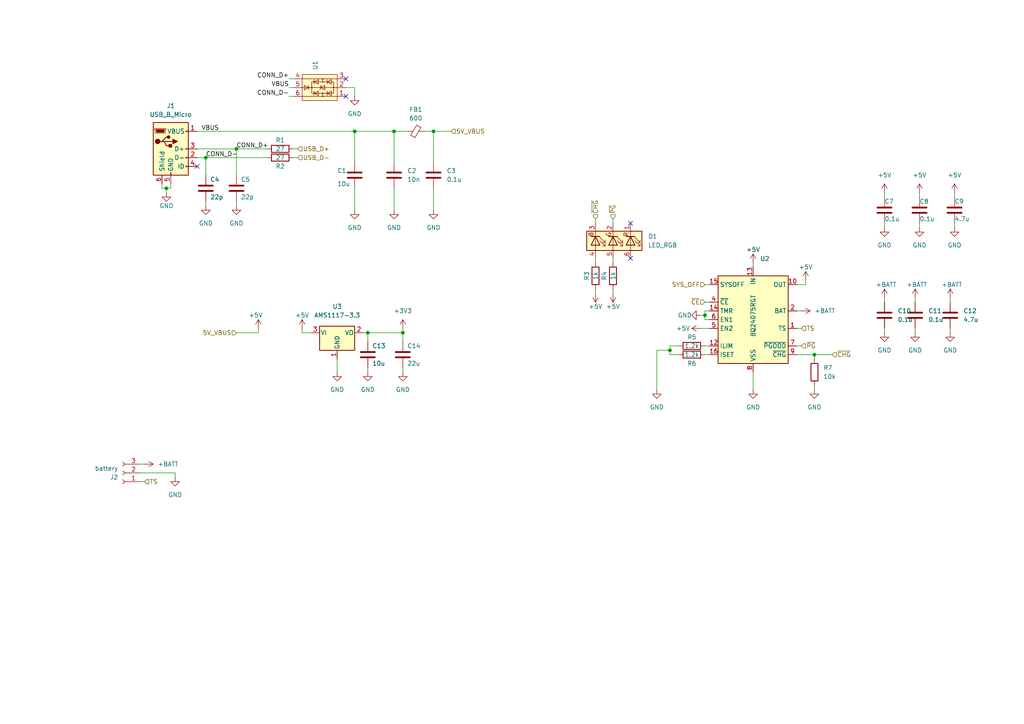
<source format=kicad_sch>
(kicad_sch (version 20211123) (generator eeschema)

  (uuid 2c024bb6-fbb3-4e1b-a8ad-74f1cbdae094)

  (paper "A4")

  (lib_symbols
    (symbol "Battery_Management:BQ24075RGT" (in_bom yes) (on_board yes)
      (property "Reference" "U" (id 0) (at -8.89 13.97 0)
        (effects (font (size 1.27 1.27)) (justify right))
      )
      (property "Value" "BQ24075RGT" (id 1) (at 16.51 13.97 0)
        (effects (font (size 1.27 1.27)) (justify right))
      )
      (property "Footprint" "Package_DFN_QFN:VQFN-16-1EP_3x3mm_P0.5mm_EP1.6x1.6mm" (id 2) (at 7.62 -13.97 0)
        (effects (font (size 1.27 1.27)) (justify left) hide)
      )
      (property "Datasheet" "http://www.ti.com/lit/ds/symlink/bq24075.pdf" (id 3) (at 7.62 5.08 0)
        (effects (font (size 1.27 1.27)) hide)
      )
      (property "ki_keywords" "USB Charge" (id 4) (at 0 0 0)
        (effects (font (size 1.27 1.27)) hide)
      )
      (property "ki_description" "USB-Friendly Li-Ion Battery Charger and Power-Path Management, VQFN-16" (id 5) (at 0 0 0)
        (effects (font (size 1.27 1.27)) hide)
      )
      (property "ki_fp_filters" "VQFN*1EP*3x3mm*P0.5mm*" (id 6) (at 0 0 0)
        (effects (font (size 1.27 1.27)) hide)
      )
      (symbol "BQ24075RGT_0_1"
        (rectangle (start -10.16 12.7) (end 10.16 -12.7)
          (stroke (width 0.254) (type default) (color 0 0 0 0))
          (fill (type background))
        )
      )
      (symbol "BQ24075RGT_1_1"
        (pin passive line (at 12.7 -2.54 180) (length 2.54)
          (name "TS" (effects (font (size 1.27 1.27))))
          (number "1" (effects (font (size 1.27 1.27))))
        )
        (pin power_out line (at 12.7 10.16 180) (length 2.54)
          (name "OUT" (effects (font (size 1.27 1.27))))
          (number "10" (effects (font (size 1.27 1.27))))
        )
        (pin passive line (at 12.7 10.16 180) (length 2.54) hide
          (name "OUT" (effects (font (size 1.27 1.27))))
          (number "11" (effects (font (size 1.27 1.27))))
        )
        (pin passive line (at -12.7 -7.62 0) (length 2.54)
          (name "ILIM" (effects (font (size 1.27 1.27))))
          (number "12" (effects (font (size 1.27 1.27))))
        )
        (pin power_in line (at 0 15.24 270) (length 2.54)
          (name "IN" (effects (font (size 1.27 1.27))))
          (number "13" (effects (font (size 1.27 1.27))))
        )
        (pin input line (at -12.7 2.54 0) (length 2.54)
          (name "TMR" (effects (font (size 1.27 1.27))))
          (number "14" (effects (font (size 1.27 1.27))))
        )
        (pin input line (at -12.7 10.16 0) (length 2.54)
          (name "SYSOFF" (effects (font (size 1.27 1.27))))
          (number "15" (effects (font (size 1.27 1.27))))
        )
        (pin passive line (at -12.7 -10.16 0) (length 2.54)
          (name "ISET" (effects (font (size 1.27 1.27))))
          (number "16" (effects (font (size 1.27 1.27))))
        )
        (pin passive line (at 0 -15.24 90) (length 2.54) hide
          (name "VSS" (effects (font (size 1.27 1.27))))
          (number "17" (effects (font (size 1.27 1.27))))
        )
        (pin power_out line (at 12.7 2.54 180) (length 2.54)
          (name "BAT" (effects (font (size 1.27 1.27))))
          (number "2" (effects (font (size 1.27 1.27))))
        )
        (pin passive line (at 12.7 2.54 180) (length 2.54) hide
          (name "BAT" (effects (font (size 1.27 1.27))))
          (number "3" (effects (font (size 1.27 1.27))))
        )
        (pin input line (at -12.7 5.08 0) (length 2.54)
          (name "~{CE}" (effects (font (size 1.27 1.27))))
          (number "4" (effects (font (size 1.27 1.27))))
        )
        (pin input line (at -12.7 -2.54 0) (length 2.54)
          (name "EN2" (effects (font (size 1.27 1.27))))
          (number "5" (effects (font (size 1.27 1.27))))
        )
        (pin input line (at -12.7 0 0) (length 2.54)
          (name "EN1" (effects (font (size 1.27 1.27))))
          (number "6" (effects (font (size 1.27 1.27))))
        )
        (pin open_collector line (at 12.7 -7.62 180) (length 2.54)
          (name "~{PGOOD}" (effects (font (size 1.27 1.27))))
          (number "7" (effects (font (size 1.27 1.27))))
        )
        (pin power_in line (at 0 -15.24 90) (length 2.54)
          (name "VSS" (effects (font (size 1.27 1.27))))
          (number "8" (effects (font (size 1.27 1.27))))
        )
        (pin open_collector line (at 12.7 -10.16 180) (length 2.54)
          (name "~{CHG}" (effects (font (size 1.27 1.27))))
          (number "9" (effects (font (size 1.27 1.27))))
        )
      )
    )
    (symbol "Connector:Conn_01x03_Female" (pin_names (offset 1.016) hide) (in_bom yes) (on_board yes)
      (property "Reference" "J" (id 0) (at 0 5.08 0)
        (effects (font (size 1.27 1.27)))
      )
      (property "Value" "Conn_01x03_Female" (id 1) (at 0 -5.08 0)
        (effects (font (size 1.27 1.27)))
      )
      (property "Footprint" "" (id 2) (at 0 0 0)
        (effects (font (size 1.27 1.27)) hide)
      )
      (property "Datasheet" "~" (id 3) (at 0 0 0)
        (effects (font (size 1.27 1.27)) hide)
      )
      (property "ki_keywords" "connector" (id 4) (at 0 0 0)
        (effects (font (size 1.27 1.27)) hide)
      )
      (property "ki_description" "Generic connector, single row, 01x03, script generated (kicad-library-utils/schlib/autogen/connector/)" (id 5) (at 0 0 0)
        (effects (font (size 1.27 1.27)) hide)
      )
      (property "ki_fp_filters" "Connector*:*_1x??_*" (id 6) (at 0 0 0)
        (effects (font (size 1.27 1.27)) hide)
      )
      (symbol "Conn_01x03_Female_1_1"
        (arc (start 0 -2.032) (mid -0.508 -2.54) (end 0 -3.048)
          (stroke (width 0.1524) (type default) (color 0 0 0 0))
          (fill (type none))
        )
        (polyline
          (pts
            (xy -1.27 -2.54)
            (xy -0.508 -2.54)
          )
          (stroke (width 0.1524) (type default) (color 0 0 0 0))
          (fill (type none))
        )
        (polyline
          (pts
            (xy -1.27 0)
            (xy -0.508 0)
          )
          (stroke (width 0.1524) (type default) (color 0 0 0 0))
          (fill (type none))
        )
        (polyline
          (pts
            (xy -1.27 2.54)
            (xy -0.508 2.54)
          )
          (stroke (width 0.1524) (type default) (color 0 0 0 0))
          (fill (type none))
        )
        (arc (start 0 0.508) (mid -0.508 0) (end 0 -0.508)
          (stroke (width 0.1524) (type default) (color 0 0 0 0))
          (fill (type none))
        )
        (arc (start 0 3.048) (mid -0.508 2.54) (end 0 2.032)
          (stroke (width 0.1524) (type default) (color 0 0 0 0))
          (fill (type none))
        )
        (pin passive line (at -5.08 2.54 0) (length 3.81)
          (name "Pin_1" (effects (font (size 1.27 1.27))))
          (number "1" (effects (font (size 1.27 1.27))))
        )
        (pin passive line (at -5.08 0 0) (length 3.81)
          (name "Pin_2" (effects (font (size 1.27 1.27))))
          (number "2" (effects (font (size 1.27 1.27))))
        )
        (pin passive line (at -5.08 -2.54 0) (length 3.81)
          (name "Pin_3" (effects (font (size 1.27 1.27))))
          (number "3" (effects (font (size 1.27 1.27))))
        )
      )
    )
    (symbol "Connector:USB_B_Micro" (pin_names (offset 1.016)) (in_bom yes) (on_board yes)
      (property "Reference" "J" (id 0) (at -5.08 11.43 0)
        (effects (font (size 1.27 1.27)) (justify left))
      )
      (property "Value" "USB_B_Micro" (id 1) (at -5.08 8.89 0)
        (effects (font (size 1.27 1.27)) (justify left))
      )
      (property "Footprint" "" (id 2) (at 3.81 -1.27 0)
        (effects (font (size 1.27 1.27)) hide)
      )
      (property "Datasheet" "~" (id 3) (at 3.81 -1.27 0)
        (effects (font (size 1.27 1.27)) hide)
      )
      (property "ki_keywords" "connector USB micro" (id 4) (at 0 0 0)
        (effects (font (size 1.27 1.27)) hide)
      )
      (property "ki_description" "USB Micro Type B connector" (id 5) (at 0 0 0)
        (effects (font (size 1.27 1.27)) hide)
      )
      (property "ki_fp_filters" "USB*" (id 6) (at 0 0 0)
        (effects (font (size 1.27 1.27)) hide)
      )
      (symbol "USB_B_Micro_0_1"
        (rectangle (start -5.08 -7.62) (end 5.08 7.62)
          (stroke (width 0.254) (type default) (color 0 0 0 0))
          (fill (type background))
        )
        (circle (center -3.81 2.159) (radius 0.635)
          (stroke (width 0.254) (type default) (color 0 0 0 0))
          (fill (type outline))
        )
        (circle (center -0.635 3.429) (radius 0.381)
          (stroke (width 0.254) (type default) (color 0 0 0 0))
          (fill (type outline))
        )
        (rectangle (start -0.127 -7.62) (end 0.127 -6.858)
          (stroke (width 0) (type default) (color 0 0 0 0))
          (fill (type none))
        )
        (polyline
          (pts
            (xy -1.905 2.159)
            (xy 0.635 2.159)
          )
          (stroke (width 0.254) (type default) (color 0 0 0 0))
          (fill (type none))
        )
        (polyline
          (pts
            (xy -3.175 2.159)
            (xy -2.54 2.159)
            (xy -1.27 3.429)
            (xy -0.635 3.429)
          )
          (stroke (width 0.254) (type default) (color 0 0 0 0))
          (fill (type none))
        )
        (polyline
          (pts
            (xy -2.54 2.159)
            (xy -1.905 2.159)
            (xy -1.27 0.889)
            (xy 0 0.889)
          )
          (stroke (width 0.254) (type default) (color 0 0 0 0))
          (fill (type none))
        )
        (polyline
          (pts
            (xy 0.635 2.794)
            (xy 0.635 1.524)
            (xy 1.905 2.159)
            (xy 0.635 2.794)
          )
          (stroke (width 0.254) (type default) (color 0 0 0 0))
          (fill (type outline))
        )
        (polyline
          (pts
            (xy -4.318 5.588)
            (xy -1.778 5.588)
            (xy -2.032 4.826)
            (xy -4.064 4.826)
            (xy -4.318 5.588)
          )
          (stroke (width 0) (type default) (color 0 0 0 0))
          (fill (type outline))
        )
        (polyline
          (pts
            (xy -4.699 5.842)
            (xy -4.699 5.588)
            (xy -4.445 4.826)
            (xy -4.445 4.572)
            (xy -1.651 4.572)
            (xy -1.651 4.826)
            (xy -1.397 5.588)
            (xy -1.397 5.842)
            (xy -4.699 5.842)
          )
          (stroke (width 0) (type default) (color 0 0 0 0))
          (fill (type none))
        )
        (rectangle (start 0.254 1.27) (end -0.508 0.508)
          (stroke (width 0.254) (type default) (color 0 0 0 0))
          (fill (type outline))
        )
        (rectangle (start 5.08 -5.207) (end 4.318 -4.953)
          (stroke (width 0) (type default) (color 0 0 0 0))
          (fill (type none))
        )
        (rectangle (start 5.08 -2.667) (end 4.318 -2.413)
          (stroke (width 0) (type default) (color 0 0 0 0))
          (fill (type none))
        )
        (rectangle (start 5.08 -0.127) (end 4.318 0.127)
          (stroke (width 0) (type default) (color 0 0 0 0))
          (fill (type none))
        )
        (rectangle (start 5.08 4.953) (end 4.318 5.207)
          (stroke (width 0) (type default) (color 0 0 0 0))
          (fill (type none))
        )
      )
      (symbol "USB_B_Micro_1_1"
        (pin power_out line (at 7.62 5.08 180) (length 2.54)
          (name "VBUS" (effects (font (size 1.27 1.27))))
          (number "1" (effects (font (size 1.27 1.27))))
        )
        (pin bidirectional line (at 7.62 -2.54 180) (length 2.54)
          (name "D-" (effects (font (size 1.27 1.27))))
          (number "2" (effects (font (size 1.27 1.27))))
        )
        (pin bidirectional line (at 7.62 0 180) (length 2.54)
          (name "D+" (effects (font (size 1.27 1.27))))
          (number "3" (effects (font (size 1.27 1.27))))
        )
        (pin passive line (at 7.62 -5.08 180) (length 2.54)
          (name "ID" (effects (font (size 1.27 1.27))))
          (number "4" (effects (font (size 1.27 1.27))))
        )
        (pin power_out line (at 0 -10.16 90) (length 2.54)
          (name "GND" (effects (font (size 1.27 1.27))))
          (number "5" (effects (font (size 1.27 1.27))))
        )
        (pin passive line (at -2.54 -10.16 90) (length 2.54)
          (name "Shield" (effects (font (size 1.27 1.27))))
          (number "6" (effects (font (size 1.27 1.27))))
        )
      )
    )
    (symbol "Device:C" (pin_numbers hide) (pin_names (offset 0.254)) (in_bom yes) (on_board yes)
      (property "Reference" "C" (id 0) (at 0.635 2.54 0)
        (effects (font (size 1.27 1.27)) (justify left))
      )
      (property "Value" "C" (id 1) (at 0.635 -2.54 0)
        (effects (font (size 1.27 1.27)) (justify left))
      )
      (property "Footprint" "" (id 2) (at 0.9652 -3.81 0)
        (effects (font (size 1.27 1.27)) hide)
      )
      (property "Datasheet" "~" (id 3) (at 0 0 0)
        (effects (font (size 1.27 1.27)) hide)
      )
      (property "ki_keywords" "cap capacitor" (id 4) (at 0 0 0)
        (effects (font (size 1.27 1.27)) hide)
      )
      (property "ki_description" "Unpolarized capacitor" (id 5) (at 0 0 0)
        (effects (font (size 1.27 1.27)) hide)
      )
      (property "ki_fp_filters" "C_*" (id 6) (at 0 0 0)
        (effects (font (size 1.27 1.27)) hide)
      )
      (symbol "C_0_1"
        (polyline
          (pts
            (xy -2.032 -0.762)
            (xy 2.032 -0.762)
          )
          (stroke (width 0.508) (type default) (color 0 0 0 0))
          (fill (type none))
        )
        (polyline
          (pts
            (xy -2.032 0.762)
            (xy 2.032 0.762)
          )
          (stroke (width 0.508) (type default) (color 0 0 0 0))
          (fill (type none))
        )
      )
      (symbol "C_1_1"
        (pin passive line (at 0 3.81 270) (length 2.794)
          (name "~" (effects (font (size 1.27 1.27))))
          (number "1" (effects (font (size 1.27 1.27))))
        )
        (pin passive line (at 0 -3.81 90) (length 2.794)
          (name "~" (effects (font (size 1.27 1.27))))
          (number "2" (effects (font (size 1.27 1.27))))
        )
      )
    )
    (symbol "Device:FerriteBead_Small" (pin_numbers hide) (pin_names (offset 0)) (in_bom yes) (on_board yes)
      (property "Reference" "FB" (id 0) (at 1.905 1.27 0)
        (effects (font (size 1.27 1.27)) (justify left))
      )
      (property "Value" "FerriteBead_Small" (id 1) (at 1.905 -1.27 0)
        (effects (font (size 1.27 1.27)) (justify left))
      )
      (property "Footprint" "" (id 2) (at -1.778 0 90)
        (effects (font (size 1.27 1.27)) hide)
      )
      (property "Datasheet" "~" (id 3) (at 0 0 0)
        (effects (font (size 1.27 1.27)) hide)
      )
      (property "ki_keywords" "L ferrite bead inductor filter" (id 4) (at 0 0 0)
        (effects (font (size 1.27 1.27)) hide)
      )
      (property "ki_description" "Ferrite bead, small symbol" (id 5) (at 0 0 0)
        (effects (font (size 1.27 1.27)) hide)
      )
      (property "ki_fp_filters" "Inductor_* L_* *Ferrite*" (id 6) (at 0 0 0)
        (effects (font (size 1.27 1.27)) hide)
      )
      (symbol "FerriteBead_Small_0_1"
        (polyline
          (pts
            (xy 0 -1.27)
            (xy 0 -0.7874)
          )
          (stroke (width 0) (type default) (color 0 0 0 0))
          (fill (type none))
        )
        (polyline
          (pts
            (xy 0 0.889)
            (xy 0 1.2954)
          )
          (stroke (width 0) (type default) (color 0 0 0 0))
          (fill (type none))
        )
        (polyline
          (pts
            (xy -1.8288 0.2794)
            (xy -1.1176 1.4986)
            (xy 1.8288 -0.2032)
            (xy 1.1176 -1.4224)
            (xy -1.8288 0.2794)
          )
          (stroke (width 0) (type default) (color 0 0 0 0))
          (fill (type none))
        )
      )
      (symbol "FerriteBead_Small_1_1"
        (pin passive line (at 0 2.54 270) (length 1.27)
          (name "~" (effects (font (size 1.27 1.27))))
          (number "1" (effects (font (size 1.27 1.27))))
        )
        (pin passive line (at 0 -2.54 90) (length 1.27)
          (name "~" (effects (font (size 1.27 1.27))))
          (number "2" (effects (font (size 1.27 1.27))))
        )
      )
    )
    (symbol "Device:LED_RGB" (pin_names (offset 0) hide) (in_bom yes) (on_board yes)
      (property "Reference" "D" (id 0) (at 0 9.398 0)
        (effects (font (size 1.27 1.27)))
      )
      (property "Value" "LED_RGB" (id 1) (at 0 -8.89 0)
        (effects (font (size 1.27 1.27)))
      )
      (property "Footprint" "" (id 2) (at 0 -1.27 0)
        (effects (font (size 1.27 1.27)) hide)
      )
      (property "Datasheet" "~" (id 3) (at 0 -1.27 0)
        (effects (font (size 1.27 1.27)) hide)
      )
      (property "ki_keywords" "LED RGB diode" (id 4) (at 0 0 0)
        (effects (font (size 1.27 1.27)) hide)
      )
      (property "ki_description" "RGB LED, 6 pin package" (id 5) (at 0 0 0)
        (effects (font (size 1.27 1.27)) hide)
      )
      (property "ki_fp_filters" "LED* LED_SMD:* LED_THT:*" (id 6) (at 0 0 0)
        (effects (font (size 1.27 1.27)) hide)
      )
      (symbol "LED_RGB_0_0"
        (text "B" (at -1.905 -6.35 0)
          (effects (font (size 1.27 1.27)))
        )
        (text "G" (at -1.905 -1.27 0)
          (effects (font (size 1.27 1.27)))
        )
        (text "R" (at -1.905 3.81 0)
          (effects (font (size 1.27 1.27)))
        )
      )
      (symbol "LED_RGB_0_1"
        (polyline
          (pts
            (xy -1.27 -5.08)
            (xy -2.54 -5.08)
          )
          (stroke (width 0) (type default) (color 0 0 0 0))
          (fill (type none))
        )
        (polyline
          (pts
            (xy -1.27 -5.08)
            (xy 1.27 -5.08)
          )
          (stroke (width 0) (type default) (color 0 0 0 0))
          (fill (type none))
        )
        (polyline
          (pts
            (xy -1.27 -3.81)
            (xy -1.27 -6.35)
          )
          (stroke (width 0.254) (type default) (color 0 0 0 0))
          (fill (type none))
        )
        (polyline
          (pts
            (xy -1.27 0)
            (xy -2.54 0)
          )
          (stroke (width 0) (type default) (color 0 0 0 0))
          (fill (type none))
        )
        (polyline
          (pts
            (xy -1.27 1.27)
            (xy -1.27 -1.27)
          )
          (stroke (width 0.254) (type default) (color 0 0 0 0))
          (fill (type none))
        )
        (polyline
          (pts
            (xy -1.27 5.08)
            (xy -2.54 5.08)
          )
          (stroke (width 0) (type default) (color 0 0 0 0))
          (fill (type none))
        )
        (polyline
          (pts
            (xy -1.27 5.08)
            (xy 1.27 5.08)
          )
          (stroke (width 0) (type default) (color 0 0 0 0))
          (fill (type none))
        )
        (polyline
          (pts
            (xy -1.27 6.35)
            (xy -1.27 3.81)
          )
          (stroke (width 0.254) (type default) (color 0 0 0 0))
          (fill (type none))
        )
        (polyline
          (pts
            (xy 1.27 -5.08)
            (xy 2.54 -5.08)
          )
          (stroke (width 0) (type default) (color 0 0 0 0))
          (fill (type none))
        )
        (polyline
          (pts
            (xy 1.27 0)
            (xy -1.27 0)
          )
          (stroke (width 0) (type default) (color 0 0 0 0))
          (fill (type none))
        )
        (polyline
          (pts
            (xy 1.27 0)
            (xy 2.54 0)
          )
          (stroke (width 0) (type default) (color 0 0 0 0))
          (fill (type none))
        )
        (polyline
          (pts
            (xy 1.27 5.08)
            (xy 2.54 5.08)
          )
          (stroke (width 0) (type default) (color 0 0 0 0))
          (fill (type none))
        )
        (polyline
          (pts
            (xy -1.27 1.27)
            (xy -1.27 -1.27)
            (xy -1.27 -1.27)
          )
          (stroke (width 0) (type default) (color 0 0 0 0))
          (fill (type none))
        )
        (polyline
          (pts
            (xy -1.27 6.35)
            (xy -1.27 3.81)
            (xy -1.27 3.81)
          )
          (stroke (width 0) (type default) (color 0 0 0 0))
          (fill (type none))
        )
        (polyline
          (pts
            (xy 1.27 -3.81)
            (xy 1.27 -6.35)
            (xy -1.27 -5.08)
            (xy 1.27 -3.81)
          )
          (stroke (width 0.254) (type default) (color 0 0 0 0))
          (fill (type none))
        )
        (polyline
          (pts
            (xy 1.27 1.27)
            (xy 1.27 -1.27)
            (xy -1.27 0)
            (xy 1.27 1.27)
          )
          (stroke (width 0.254) (type default) (color 0 0 0 0))
          (fill (type none))
        )
        (polyline
          (pts
            (xy 1.27 6.35)
            (xy 1.27 3.81)
            (xy -1.27 5.08)
            (xy 1.27 6.35)
          )
          (stroke (width 0.254) (type default) (color 0 0 0 0))
          (fill (type none))
        )
        (polyline
          (pts
            (xy -1.016 -3.81)
            (xy 0.508 -2.286)
            (xy -0.254 -2.286)
            (xy 0.508 -2.286)
            (xy 0.508 -3.048)
          )
          (stroke (width 0) (type default) (color 0 0 0 0))
          (fill (type none))
        )
        (polyline
          (pts
            (xy -1.016 1.27)
            (xy 0.508 2.794)
            (xy -0.254 2.794)
            (xy 0.508 2.794)
            (xy 0.508 2.032)
          )
          (stroke (width 0) (type default) (color 0 0 0 0))
          (fill (type none))
        )
        (polyline
          (pts
            (xy -1.016 6.35)
            (xy 0.508 7.874)
            (xy -0.254 7.874)
            (xy 0.508 7.874)
            (xy 0.508 7.112)
          )
          (stroke (width 0) (type default) (color 0 0 0 0))
          (fill (type none))
        )
        (polyline
          (pts
            (xy 0 -3.81)
            (xy 1.524 -2.286)
            (xy 0.762 -2.286)
            (xy 1.524 -2.286)
            (xy 1.524 -3.048)
          )
          (stroke (width 0) (type default) (color 0 0 0 0))
          (fill (type none))
        )
        (polyline
          (pts
            (xy 0 1.27)
            (xy 1.524 2.794)
            (xy 0.762 2.794)
            (xy 1.524 2.794)
            (xy 1.524 2.032)
          )
          (stroke (width 0) (type default) (color 0 0 0 0))
          (fill (type none))
        )
        (polyline
          (pts
            (xy 0 6.35)
            (xy 1.524 7.874)
            (xy 0.762 7.874)
            (xy 1.524 7.874)
            (xy 1.524 7.112)
          )
          (stroke (width 0) (type default) (color 0 0 0 0))
          (fill (type none))
        )
        (rectangle (start 1.27 -1.27) (end 1.27 1.27)
          (stroke (width 0) (type default) (color 0 0 0 0))
          (fill (type none))
        )
        (rectangle (start 1.27 1.27) (end 1.27 1.27)
          (stroke (width 0) (type default) (color 0 0 0 0))
          (fill (type none))
        )
        (rectangle (start 1.27 3.81) (end 1.27 6.35)
          (stroke (width 0) (type default) (color 0 0 0 0))
          (fill (type none))
        )
        (rectangle (start 1.27 6.35) (end 1.27 6.35)
          (stroke (width 0) (type default) (color 0 0 0 0))
          (fill (type none))
        )
        (rectangle (start 2.794 8.382) (end -2.794 -7.62)
          (stroke (width 0.254) (type default) (color 0 0 0 0))
          (fill (type background))
        )
      )
      (symbol "LED_RGB_1_1"
        (pin passive line (at -5.08 5.08 0) (length 2.54)
          (name "RK" (effects (font (size 1.27 1.27))))
          (number "1" (effects (font (size 1.27 1.27))))
        )
        (pin passive line (at -5.08 0 0) (length 2.54)
          (name "GK" (effects (font (size 1.27 1.27))))
          (number "2" (effects (font (size 1.27 1.27))))
        )
        (pin passive line (at -5.08 -5.08 0) (length 2.54)
          (name "BK" (effects (font (size 1.27 1.27))))
          (number "3" (effects (font (size 1.27 1.27))))
        )
        (pin passive line (at 5.08 -5.08 180) (length 2.54)
          (name "BA" (effects (font (size 1.27 1.27))))
          (number "4" (effects (font (size 1.27 1.27))))
        )
        (pin passive line (at 5.08 0 180) (length 2.54)
          (name "GA" (effects (font (size 1.27 1.27))))
          (number "5" (effects (font (size 1.27 1.27))))
        )
        (pin passive line (at 5.08 5.08 180) (length 2.54)
          (name "RA" (effects (font (size 1.27 1.27))))
          (number "6" (effects (font (size 1.27 1.27))))
        )
      )
    )
    (symbol "Device:R" (pin_numbers hide) (pin_names (offset 0)) (in_bom yes) (on_board yes)
      (property "Reference" "R" (id 0) (at 2.032 0 90)
        (effects (font (size 1.27 1.27)))
      )
      (property "Value" "R" (id 1) (at 0 0 90)
        (effects (font (size 1.27 1.27)))
      )
      (property "Footprint" "" (id 2) (at -1.778 0 90)
        (effects (font (size 1.27 1.27)) hide)
      )
      (property "Datasheet" "~" (id 3) (at 0 0 0)
        (effects (font (size 1.27 1.27)) hide)
      )
      (property "ki_keywords" "R res resistor" (id 4) (at 0 0 0)
        (effects (font (size 1.27 1.27)) hide)
      )
      (property "ki_description" "Resistor" (id 5) (at 0 0 0)
        (effects (font (size 1.27 1.27)) hide)
      )
      (property "ki_fp_filters" "R_*" (id 6) (at 0 0 0)
        (effects (font (size 1.27 1.27)) hide)
      )
      (symbol "R_0_1"
        (rectangle (start -1.016 -2.54) (end 1.016 2.54)
          (stroke (width 0.254) (type default) (color 0 0 0 0))
          (fill (type none))
        )
      )
      (symbol "R_1_1"
        (pin passive line (at 0 3.81 270) (length 1.27)
          (name "~" (effects (font (size 1.27 1.27))))
          (number "1" (effects (font (size 1.27 1.27))))
        )
        (pin passive line (at 0 -3.81 90) (length 1.27)
          (name "~" (effects (font (size 1.27 1.27))))
          (number "2" (effects (font (size 1.27 1.27))))
        )
      )
    )
    (symbol "Power_Protection:WE-TVS-82400102" (in_bom yes) (on_board yes)
      (property "Reference" "U" (id 0) (at 0 7.62 0)
        (effects (font (size 1.27 1.27)))
      )
      (property "Value" "WE-TVS-82400102" (id 1) (at 0 5.08 0)
        (effects (font (size 1.27 1.27)))
      )
      (property "Footprint" "Package_TO_SOT_SMD:SOT-23-6" (id 2) (at 0 -5.08 0)
        (effects (font (size 1.27 1.27)) hide)
      )
      (property "Datasheet" "https://katalog.we-online.de/pbs/datasheet/82400102.pdf" (id 3) (at 0 -6.35 0)
        (effects (font (size 1.27 1.27)) hide)
      )
      (property "ki_keywords" "ESD Protection TVS High-speed USB" (id 4) (at 0 0 0)
        (effects (font (size 1.27 1.27)) hide)
      )
      (property "ki_description" "Low Capacitance TVS Diode Array, 2 Channels, SOT-23-6" (id 5) (at 0 0 0)
        (effects (font (size 1.27 1.27)) hide)
      )
      (property "ki_fp_filters" "SOT?23*" (id 6) (at 0 0 0)
        (effects (font (size 1.27 1.27)) hide)
      )
      (symbol "WE-TVS-82400102_0_1"
        (rectangle (start -5.08 3.81) (end 5.08 -3.81)
          (stroke (width 0) (type default) (color 0 0 0 0))
          (fill (type background))
        )
        (circle (center -4.064 0) (radius 0.127)
          (stroke (width 0) (type default) (color 0 0 0 0))
          (fill (type none))
        )
        (rectangle (start -4.064 1.651) (end 2.286 -1.651)
          (stroke (width 0) (type default) (color 0 0 0 0))
          (fill (type none))
        )
        (circle (center -0.889 -2.54) (radius 0.127)
          (stroke (width 0) (type default) (color 0 0 0 0))
          (fill (type none))
        )
        (circle (center -0.889 -1.651) (radius 0.127)
          (stroke (width 0) (type default) (color 0 0 0 0))
          (fill (type none))
        )
        (circle (center -0.889 1.651) (radius 0.127)
          (stroke (width 0) (type default) (color 0 0 0 0))
          (fill (type none))
        )
        (circle (center -0.889 2.54) (radius 0.127)
          (stroke (width 0) (type default) (color 0 0 0 0))
          (fill (type none))
        )
        (polyline
          (pts
            (xy -5.08 -2.54)
            (xy 5.08 -2.54)
          )
          (stroke (width 0) (type default) (color 0 0 0 0))
          (fill (type none))
        )
        (polyline
          (pts
            (xy -5.08 2.54)
            (xy 5.08 2.54)
          )
          (stroke (width 0) (type default) (color 0 0 0 0))
          (fill (type none))
        )
        (polyline
          (pts
            (xy -4.064 0)
            (xy -5.08 0)
          )
          (stroke (width 0) (type default) (color 0 0 0 0))
          (fill (type none))
        )
        (polyline
          (pts
            (xy -4.064 0)
            (xy 2.286 0)
          )
          (stroke (width 0) (type default) (color 0 0 0 0))
          (fill (type outline))
        )
        (polyline
          (pts
            (xy -2.159 -1.016)
            (xy -2.159 -2.286)
          )
          (stroke (width 0) (type default) (color 0 0 0 0))
          (fill (type none))
        )
        (polyline
          (pts
            (xy -2.159 2.286)
            (xy -2.159 1.016)
          )
          (stroke (width 0) (type default) (color 0 0 0 0))
          (fill (type none))
        )
        (polyline
          (pts
            (xy -0.889 -1.651)
            (xy -0.889 -2.413)
          )
          (stroke (width 0) (type default) (color 0 0 0 0))
          (fill (type none))
        )
        (polyline
          (pts
            (xy -0.889 1.651)
            (xy -0.889 2.54)
          )
          (stroke (width 0) (type default) (color 0 0 0 0))
          (fill (type none))
        )
        (polyline
          (pts
            (xy -0.508 -0.635)
            (xy -0.508 -0.635)
          )
          (stroke (width 0) (type default) (color 0 0 0 0))
          (fill (type none))
        )
        (polyline
          (pts
            (xy 1.651 -1.016)
            (xy 1.651 -2.286)
          )
          (stroke (width 0) (type default) (color 0 0 0 0))
          (fill (type none))
        )
        (polyline
          (pts
            (xy 1.651 2.286)
            (xy 1.651 1.016)
          )
          (stroke (width 0) (type default) (color 0 0 0 0))
          (fill (type none))
        )
        (polyline
          (pts
            (xy 2.286 0)
            (xy 5.08 0)
          )
          (stroke (width 0) (type default) (color 0 0 0 0))
          (fill (type none))
        )
        (polyline
          (pts
            (xy -3.429 -1.016)
            (xy -3.429 -2.286)
            (xy -2.159 -1.651)
            (xy -3.429 -1.016)
          )
          (stroke (width 0) (type default) (color 0 0 0 0))
          (fill (type none))
        )
        (polyline
          (pts
            (xy -3.429 1.016)
            (xy -3.429 2.286)
            (xy -2.159 1.651)
            (xy -3.429 1.016)
          )
          (stroke (width 0) (type default) (color 0 0 0 0))
          (fill (type none))
        )
        (polyline
          (pts
            (xy 0 0.635)
            (xy -0.254 0.381)
            (xy -0.254 -0.381)
            (xy -0.508 -0.635)
          )
          (stroke (width 0) (type default) (color 0 0 0 0))
          (fill (type none))
        )
        (polyline
          (pts
            (xy 0.381 -1.016)
            (xy 0.381 -2.286)
            (xy 1.651 -1.651)
            (xy 0.381 -1.016)
          )
          (stroke (width 0) (type default) (color 0 0 0 0))
          (fill (type none))
        )
        (polyline
          (pts
            (xy 0.381 1.016)
            (xy 0.381 2.286)
            (xy 1.651 1.651)
            (xy 0.381 1.016)
          )
          (stroke (width 0) (type default) (color 0 0 0 0))
          (fill (type none))
        )
        (circle (center 2.286 0) (radius 0.127)
          (stroke (width 0) (type default) (color 0 0 0 0))
          (fill (type none))
        )
      )
      (symbol "WE-TVS-82400102_1_1"
        (polyline
          (pts
            (xy 3.175 0.635)
            (xy 3.175 -0.635)
          )
          (stroke (width 0) (type default) (color 0 0 0 0))
          (fill (type none))
        )
        (polyline
          (pts
            (xy -1.524 0.635)
            (xy -1.524 -0.635)
            (xy -0.254 0)
            (xy -1.524 0.635)
          )
          (stroke (width 0) (type default) (color 0 0 0 0))
          (fill (type none))
        )
        (polyline
          (pts
            (xy 4.445 0.635)
            (xy 4.445 -0.635)
            (xy 3.175 0)
            (xy 4.445 0.635)
          )
          (stroke (width 0) (type default) (color 0 0 0 0))
          (fill (type none))
        )
        (pin passive line (at -7.62 2.54 0) (length 2.54)
          (name "~" (effects (font (size 1.27 1.27))))
          (number "1" (effects (font (size 1.27 1.27))))
        )
        (pin passive line (at -7.62 0 0) (length 2.54)
          (name "~" (effects (font (size 1.27 1.27))))
          (number "2" (effects (font (size 1.27 1.27))))
        )
        (pin passive line (at -7.62 -2.54 0) (length 2.54)
          (name "~" (effects (font (size 1.27 1.27))))
          (number "3" (effects (font (size 1.27 1.27))))
        )
        (pin passive line (at 7.62 -2.54 180) (length 2.54)
          (name "~" (effects (font (size 1.27 1.27))))
          (number "4" (effects (font (size 1.27 1.27))))
        )
        (pin passive line (at 7.62 0 180) (length 2.54)
          (name "~" (effects (font (size 1.27 1.27))))
          (number "5" (effects (font (size 1.27 1.27))))
        )
        (pin passive line (at 7.62 2.54 180) (length 2.54)
          (name "~" (effects (font (size 1.27 1.27))))
          (number "6" (effects (font (size 1.27 1.27))))
        )
      )
    )
    (symbol "Regulator_Linear:AMS1117-3.3" (pin_names (offset 0.254)) (in_bom yes) (on_board yes)
      (property "Reference" "U" (id 0) (at -3.81 3.175 0)
        (effects (font (size 1.27 1.27)))
      )
      (property "Value" "AMS1117-3.3" (id 1) (at 0 3.175 0)
        (effects (font (size 1.27 1.27)) (justify left))
      )
      (property "Footprint" "Package_TO_SOT_SMD:SOT-223-3_TabPin2" (id 2) (at 0 5.08 0)
        (effects (font (size 1.27 1.27)) hide)
      )
      (property "Datasheet" "http://www.advanced-monolithic.com/pdf/ds1117.pdf" (id 3) (at 2.54 -6.35 0)
        (effects (font (size 1.27 1.27)) hide)
      )
      (property "ki_keywords" "linear regulator ldo fixed positive" (id 4) (at 0 0 0)
        (effects (font (size 1.27 1.27)) hide)
      )
      (property "ki_description" "1A Low Dropout regulator, positive, 3.3V fixed output, SOT-223" (id 5) (at 0 0 0)
        (effects (font (size 1.27 1.27)) hide)
      )
      (property "ki_fp_filters" "SOT?223*TabPin2*" (id 6) (at 0 0 0)
        (effects (font (size 1.27 1.27)) hide)
      )
      (symbol "AMS1117-3.3_0_1"
        (rectangle (start -5.08 -5.08) (end 5.08 1.905)
          (stroke (width 0.254) (type default) (color 0 0 0 0))
          (fill (type background))
        )
      )
      (symbol "AMS1117-3.3_1_1"
        (pin power_in line (at 0 -7.62 90) (length 2.54)
          (name "GND" (effects (font (size 1.27 1.27))))
          (number "1" (effects (font (size 1.27 1.27))))
        )
        (pin power_out line (at 7.62 0 180) (length 2.54)
          (name "VO" (effects (font (size 1.27 1.27))))
          (number "2" (effects (font (size 1.27 1.27))))
        )
        (pin power_in line (at -7.62 0 0) (length 2.54)
          (name "VI" (effects (font (size 1.27 1.27))))
          (number "3" (effects (font (size 1.27 1.27))))
        )
      )
    )
    (symbol "power:+3V3" (power) (pin_names (offset 0)) (in_bom yes) (on_board yes)
      (property "Reference" "#PWR" (id 0) (at 0 -3.81 0)
        (effects (font (size 1.27 1.27)) hide)
      )
      (property "Value" "+3V3" (id 1) (at 0 3.556 0)
        (effects (font (size 1.27 1.27)))
      )
      (property "Footprint" "" (id 2) (at 0 0 0)
        (effects (font (size 1.27 1.27)) hide)
      )
      (property "Datasheet" "" (id 3) (at 0 0 0)
        (effects (font (size 1.27 1.27)) hide)
      )
      (property "ki_keywords" "power-flag" (id 4) (at 0 0 0)
        (effects (font (size 1.27 1.27)) hide)
      )
      (property "ki_description" "Power symbol creates a global label with name \"+3V3\"" (id 5) (at 0 0 0)
        (effects (font (size 1.27 1.27)) hide)
      )
      (symbol "+3V3_0_1"
        (polyline
          (pts
            (xy -0.762 1.27)
            (xy 0 2.54)
          )
          (stroke (width 0) (type default) (color 0 0 0 0))
          (fill (type none))
        )
        (polyline
          (pts
            (xy 0 0)
            (xy 0 2.54)
          )
          (stroke (width 0) (type default) (color 0 0 0 0))
          (fill (type none))
        )
        (polyline
          (pts
            (xy 0 2.54)
            (xy 0.762 1.27)
          )
          (stroke (width 0) (type default) (color 0 0 0 0))
          (fill (type none))
        )
      )
      (symbol "+3V3_1_1"
        (pin power_in line (at 0 0 90) (length 0) hide
          (name "+3V3" (effects (font (size 1.27 1.27))))
          (number "1" (effects (font (size 1.27 1.27))))
        )
      )
    )
    (symbol "power:+5V" (power) (pin_names (offset 0)) (in_bom yes) (on_board yes)
      (property "Reference" "#PWR" (id 0) (at 0 -3.81 0)
        (effects (font (size 1.27 1.27)) hide)
      )
      (property "Value" "+5V" (id 1) (at 0 3.556 0)
        (effects (font (size 1.27 1.27)))
      )
      (property "Footprint" "" (id 2) (at 0 0 0)
        (effects (font (size 1.27 1.27)) hide)
      )
      (property "Datasheet" "" (id 3) (at 0 0 0)
        (effects (font (size 1.27 1.27)) hide)
      )
      (property "ki_keywords" "power-flag" (id 4) (at 0 0 0)
        (effects (font (size 1.27 1.27)) hide)
      )
      (property "ki_description" "Power symbol creates a global label with name \"+5V\"" (id 5) (at 0 0 0)
        (effects (font (size 1.27 1.27)) hide)
      )
      (symbol "+5V_0_1"
        (polyline
          (pts
            (xy -0.762 1.27)
            (xy 0 2.54)
          )
          (stroke (width 0) (type default) (color 0 0 0 0))
          (fill (type none))
        )
        (polyline
          (pts
            (xy 0 0)
            (xy 0 2.54)
          )
          (stroke (width 0) (type default) (color 0 0 0 0))
          (fill (type none))
        )
        (polyline
          (pts
            (xy 0 2.54)
            (xy 0.762 1.27)
          )
          (stroke (width 0) (type default) (color 0 0 0 0))
          (fill (type none))
        )
      )
      (symbol "+5V_1_1"
        (pin power_in line (at 0 0 90) (length 0) hide
          (name "+5V" (effects (font (size 1.27 1.27))))
          (number "1" (effects (font (size 1.27 1.27))))
        )
      )
    )
    (symbol "power:+BATT" (power) (pin_names (offset 0)) (in_bom yes) (on_board yes)
      (property "Reference" "#PWR" (id 0) (at 0 -3.81 0)
        (effects (font (size 1.27 1.27)) hide)
      )
      (property "Value" "+BATT" (id 1) (at 0 3.556 0)
        (effects (font (size 1.27 1.27)))
      )
      (property "Footprint" "" (id 2) (at 0 0 0)
        (effects (font (size 1.27 1.27)) hide)
      )
      (property "Datasheet" "" (id 3) (at 0 0 0)
        (effects (font (size 1.27 1.27)) hide)
      )
      (property "ki_keywords" "power-flag battery" (id 4) (at 0 0 0)
        (effects (font (size 1.27 1.27)) hide)
      )
      (property "ki_description" "Power symbol creates a global label with name \"+BATT\"" (id 5) (at 0 0 0)
        (effects (font (size 1.27 1.27)) hide)
      )
      (symbol "+BATT_0_1"
        (polyline
          (pts
            (xy -0.762 1.27)
            (xy 0 2.54)
          )
          (stroke (width 0) (type default) (color 0 0 0 0))
          (fill (type none))
        )
        (polyline
          (pts
            (xy 0 0)
            (xy 0 2.54)
          )
          (stroke (width 0) (type default) (color 0 0 0 0))
          (fill (type none))
        )
        (polyline
          (pts
            (xy 0 2.54)
            (xy 0.762 1.27)
          )
          (stroke (width 0) (type default) (color 0 0 0 0))
          (fill (type none))
        )
      )
      (symbol "+BATT_1_1"
        (pin power_in line (at 0 0 90) (length 0) hide
          (name "+BATT" (effects (font (size 1.27 1.27))))
          (number "1" (effects (font (size 1.27 1.27))))
        )
      )
    )
    (symbol "power:GND" (power) (pin_names (offset 0)) (in_bom yes) (on_board yes)
      (property "Reference" "#PWR" (id 0) (at 0 -6.35 0)
        (effects (font (size 1.27 1.27)) hide)
      )
      (property "Value" "GND" (id 1) (at 0 -3.81 0)
        (effects (font (size 1.27 1.27)))
      )
      (property "Footprint" "" (id 2) (at 0 0 0)
        (effects (font (size 1.27 1.27)) hide)
      )
      (property "Datasheet" "" (id 3) (at 0 0 0)
        (effects (font (size 1.27 1.27)) hide)
      )
      (property "ki_keywords" "power-flag" (id 4) (at 0 0 0)
        (effects (font (size 1.27 1.27)) hide)
      )
      (property "ki_description" "Power symbol creates a global label with name \"GND\" , ground" (id 5) (at 0 0 0)
        (effects (font (size 1.27 1.27)) hide)
      )
      (symbol "GND_0_1"
        (polyline
          (pts
            (xy 0 0)
            (xy 0 -1.27)
            (xy 1.27 -1.27)
            (xy 0 -2.54)
            (xy -1.27 -1.27)
            (xy 0 -1.27)
          )
          (stroke (width 0) (type default) (color 0 0 0 0))
          (fill (type none))
        )
      )
      (symbol "GND_1_1"
        (pin power_in line (at 0 0 270) (length 0) hide
          (name "GND" (effects (font (size 1.27 1.27))))
          (number "1" (effects (font (size 1.27 1.27))))
        )
      )
    )
  )


  (junction (at 204.47 91.44) (diameter 0) (color 0 0 0 0)
    (uuid 02892729-9425-42ae-a85f-d83b7ea0e83c)
  )
  (junction (at 59.69 45.72) (diameter 0) (color 0 0 0 0)
    (uuid 0712f86c-cb55-413c-b1f4-1eaafccac1f0)
  )
  (junction (at 236.22 102.87) (diameter 0) (color 0 0 0 0)
    (uuid 508d2920-2b4d-40b6-b33a-8fc3a1dccbd7)
  )
  (junction (at 116.84 96.52) (diameter 0) (color 0 0 0 0)
    (uuid 52d27433-2fbd-4492-8495-5269e455cc92)
  )
  (junction (at 194.31 101.6) (diameter 0) (color 0 0 0 0)
    (uuid 9c482419-21fc-4f0e-b341-7e67d8986a19)
  )
  (junction (at 114.3 38.1) (diameter 0) (color 0 0 0 0)
    (uuid ac7034fc-a5b8-4ab3-aecf-700f7d5c74a7)
  )
  (junction (at 68.58 43.18) (diameter 0) (color 0 0 0 0)
    (uuid cc28964f-fef0-4aed-bbfb-951cbc491a25)
  )
  (junction (at 48.26 54.61) (diameter 0) (color 0 0 0 0)
    (uuid ddfeda0f-acda-4af9-a917-73ebd878112b)
  )
  (junction (at 106.68 96.52) (diameter 0) (color 0 0 0 0)
    (uuid ef50458f-e3cc-4821-b1e5-765222d78a17)
  )
  (junction (at 125.73 38.1) (diameter 0) (color 0 0 0 0)
    (uuid fa56a73a-67aa-41a8-9e73-28b7fb671348)
  )
  (junction (at 102.87 38.1) (diameter 0) (color 0 0 0 0)
    (uuid fdd3050f-1e51-4050-9cdb-558e02359662)
  )

  (no_connect (at 57.15 48.26) (uuid 34f6e644-33fd-4b5e-9d87-b7e364cc8582))
  (no_connect (at 182.88 74.93) (uuid 9e85b912-d65e-48f4-a2d0-2f51a6637ff3))
  (no_connect (at 182.88 64.77) (uuid 9e85b912-d65e-48f4-a2d0-2f51a6637ff3))
  (no_connect (at 100.33 22.86) (uuid d4c973e1-0f4e-4c7d-bcff-20ff8030ea95))
  (no_connect (at 100.33 27.94) (uuid d4c973e1-0f4e-4c7d-bcff-20ff8030ea95))

  (wire (pts (xy 177.8 74.93) (xy 177.8 76.2))
    (stroke (width 0) (type default) (color 0 0 0 0))
    (uuid 0080fe39-2727-44ab-ae86-fa2c0626706d)
  )
  (wire (pts (xy 74.93 95.25) (xy 74.93 96.52))
    (stroke (width 0) (type default) (color 0 0 0 0))
    (uuid 01701cba-263f-4791-b8c0-2f9146bd364b)
  )
  (wire (pts (xy 177.8 85.09) (xy 177.8 83.82))
    (stroke (width 0) (type default) (color 0 0 0 0))
    (uuid 0fb4b697-7cc7-43fb-a668-df846df289ba)
  )
  (wire (pts (xy 231.14 102.87) (xy 236.22 102.87))
    (stroke (width 0) (type default) (color 0 0 0 0))
    (uuid 137f3803-5dd5-407d-a8d5-d5101a18c9a9)
  )
  (wire (pts (xy 57.15 43.18) (xy 68.58 43.18))
    (stroke (width 0) (type default) (color 0 0 0 0))
    (uuid 187fea51-fae2-4842-a092-fda085bb3f4b)
  )
  (wire (pts (xy 123.19 38.1) (xy 125.73 38.1))
    (stroke (width 0) (type default) (color 0 0 0 0))
    (uuid 1c2b870d-1646-4dec-a0fb-1754cb0a29d2)
  )
  (wire (pts (xy 105.41 96.52) (xy 106.68 96.52))
    (stroke (width 0) (type default) (color 0 0 0 0))
    (uuid 1c4766a5-71b2-4af7-a712-7b36a8f85dd2)
  )
  (wire (pts (xy 68.58 58.42) (xy 68.58 59.69))
    (stroke (width 0) (type default) (color 0 0 0 0))
    (uuid 1f87203b-de52-4c18-a7de-327c1fe18de5)
  )
  (wire (pts (xy 102.87 38.1) (xy 102.87 46.99))
    (stroke (width 0) (type default) (color 0 0 0 0))
    (uuid 1f95e835-a73a-4c99-a433-a604209914a0)
  )
  (wire (pts (xy 231.14 82.55) (xy 233.68 82.55))
    (stroke (width 0) (type default) (color 0 0 0 0))
    (uuid 205c8185-3b26-4cf1-964e-2d2a91761d0f)
  )
  (wire (pts (xy 57.15 45.72) (xy 59.69 45.72))
    (stroke (width 0) (type default) (color 0 0 0 0))
    (uuid 229a01c0-c053-4283-8fc0-f4caebab9f11)
  )
  (wire (pts (xy 190.5 101.6) (xy 190.5 113.03))
    (stroke (width 0) (type default) (color 0 0 0 0))
    (uuid 2a364070-12b7-488e-8ad4-2e9050a3637f)
  )
  (wire (pts (xy 204.47 90.17) (xy 204.47 91.44))
    (stroke (width 0) (type default) (color 0 0 0 0))
    (uuid 30462993-b3c0-488f-b9c7-9bbd84c09f54)
  )
  (wire (pts (xy 114.3 38.1) (xy 114.3 46.99))
    (stroke (width 0) (type default) (color 0 0 0 0))
    (uuid 35cec6f8-cc01-48c0-be7c-46b23dd05270)
  )
  (wire (pts (xy 130.81 38.1) (xy 125.73 38.1))
    (stroke (width 0) (type default) (color 0 0 0 0))
    (uuid 38aaee33-a68b-4057-bdca-a64b6804bba3)
  )
  (wire (pts (xy 194.31 101.6) (xy 194.31 102.87))
    (stroke (width 0) (type default) (color 0 0 0 0))
    (uuid 45551ff0-9155-487b-a1bd-cdf257b4a277)
  )
  (wire (pts (xy 40.64 137.16) (xy 50.8 137.16))
    (stroke (width 0) (type default) (color 0 0 0 0))
    (uuid 46709ab4-695c-49e7-ac90-497e1338ccd6)
  )
  (wire (pts (xy 59.69 45.72) (xy 77.47 45.72))
    (stroke (width 0) (type default) (color 0 0 0 0))
    (uuid 4729e0cc-d8a5-478c-842f-91091176c62e)
  )
  (wire (pts (xy 204.47 100.33) (xy 205.74 100.33))
    (stroke (width 0) (type default) (color 0 0 0 0))
    (uuid 495f2e6b-c895-450e-8bfa-8b17ba0b05c8)
  )
  (wire (pts (xy 125.73 38.1) (xy 125.73 46.99))
    (stroke (width 0) (type default) (color 0 0 0 0))
    (uuid 4f684ea0-1d22-4bd9-834a-422ce1c62434)
  )
  (wire (pts (xy 194.31 101.6) (xy 190.5 101.6))
    (stroke (width 0) (type default) (color 0 0 0 0))
    (uuid 54c45e17-6645-4bfe-adea-a4011abca99e)
  )
  (wire (pts (xy 57.15 38.1) (xy 102.87 38.1))
    (stroke (width 0) (type default) (color 0 0 0 0))
    (uuid 555e3daf-f044-4b75-8a9b-62d17b667c20)
  )
  (wire (pts (xy 48.26 54.61) (xy 49.53 54.61))
    (stroke (width 0) (type default) (color 0 0 0 0))
    (uuid 5b0ef8a5-2875-4bfb-b0dd-6a46825eb693)
  )
  (wire (pts (xy 68.58 43.18) (xy 77.47 43.18))
    (stroke (width 0) (type default) (color 0 0 0 0))
    (uuid 5ba9fd46-d027-4a8a-8d22-daf0cfde2e7b)
  )
  (wire (pts (xy 85.09 43.18) (xy 86.36 43.18))
    (stroke (width 0) (type default) (color 0 0 0 0))
    (uuid 5c4761d4-61af-48b8-8cf0-944a5a7b61d9)
  )
  (wire (pts (xy 106.68 106.68) (xy 106.68 107.95))
    (stroke (width 0) (type default) (color 0 0 0 0))
    (uuid 5d4d119d-e4d8-4079-b090-03ee749e5ab1)
  )
  (wire (pts (xy 196.85 102.87) (xy 194.31 102.87))
    (stroke (width 0) (type default) (color 0 0 0 0))
    (uuid 5dcd001c-b156-41f7-8885-98f8d4e683d7)
  )
  (wire (pts (xy 102.87 38.1) (xy 114.3 38.1))
    (stroke (width 0) (type default) (color 0 0 0 0))
    (uuid 5e449593-8d28-436a-bf0f-d57ecb6d4729)
  )
  (wire (pts (xy 172.72 85.09) (xy 172.72 83.82))
    (stroke (width 0) (type default) (color 0 0 0 0))
    (uuid 60af01eb-ca94-4d72-91fc-c3da809e8cbb)
  )
  (wire (pts (xy 233.68 81.28) (xy 233.68 82.55))
    (stroke (width 0) (type default) (color 0 0 0 0))
    (uuid 63f7bbb0-0fbe-4b44-bf51-b59dd0063ef7)
  )
  (wire (pts (xy 236.22 102.87) (xy 236.22 104.14))
    (stroke (width 0) (type default) (color 0 0 0 0))
    (uuid 64da433c-901c-4fc3-8664-811f69d8301c)
  )
  (wire (pts (xy 276.86 64.77) (xy 276.86 66.04))
    (stroke (width 0) (type default) (color 0 0 0 0))
    (uuid 6b8017ea-9aef-42c1-aad2-74765e8b1382)
  )
  (wire (pts (xy 203.2 91.44) (xy 204.47 91.44))
    (stroke (width 0) (type default) (color 0 0 0 0))
    (uuid 6caced00-6fb3-40fe-8904-80042f4b153c)
  )
  (wire (pts (xy 275.59 86.36) (xy 275.59 87.63))
    (stroke (width 0) (type default) (color 0 0 0 0))
    (uuid 701d249e-8512-4ca5-bbc8-c6d48c93e36e)
  )
  (wire (pts (xy 49.53 53.34) (xy 49.53 54.61))
    (stroke (width 0) (type default) (color 0 0 0 0))
    (uuid 734e5bef-bfaf-44ea-91ad-29644095dd4a)
  )
  (wire (pts (xy 46.99 54.61) (xy 48.26 54.61))
    (stroke (width 0) (type default) (color 0 0 0 0))
    (uuid 7434cc39-768e-4443-9889-060bcec50e12)
  )
  (wire (pts (xy 204.47 91.44) (xy 204.47 92.71))
    (stroke (width 0) (type default) (color 0 0 0 0))
    (uuid 745ee87a-28bf-401e-bea8-503111764bd5)
  )
  (wire (pts (xy 68.58 43.18) (xy 68.58 50.8))
    (stroke (width 0) (type default) (color 0 0 0 0))
    (uuid 7639f149-661f-43d6-b537-cd867cc04de4)
  )
  (wire (pts (xy 265.43 86.36) (xy 265.43 87.63))
    (stroke (width 0) (type default) (color 0 0 0 0))
    (uuid 780fcf2a-94fe-4016-a784-100248bc3d85)
  )
  (wire (pts (xy 172.72 63.5) (xy 172.72 64.77))
    (stroke (width 0) (type default) (color 0 0 0 0))
    (uuid 7969bfd1-6009-4b30-b6dc-3b015299056d)
  )
  (wire (pts (xy 204.47 92.71) (xy 205.74 92.71))
    (stroke (width 0) (type default) (color 0 0 0 0))
    (uuid 7a88eea1-970a-4086-8fca-e3b4d941e3b5)
  )
  (wire (pts (xy 218.44 107.95) (xy 218.44 113.03))
    (stroke (width 0) (type default) (color 0 0 0 0))
    (uuid 7b897ea9-9f4e-49b7-9a1e-d664004f9966)
  )
  (wire (pts (xy 203.2 95.25) (xy 205.74 95.25))
    (stroke (width 0) (type default) (color 0 0 0 0))
    (uuid 7fc88f83-81df-4655-b7ec-3097afd7db42)
  )
  (wire (pts (xy 74.93 96.52) (xy 68.58 96.52))
    (stroke (width 0) (type default) (color 0 0 0 0))
    (uuid 82b98262-0205-4ea5-9b0e-9d2bb3b49e49)
  )
  (wire (pts (xy 194.31 100.33) (xy 194.31 101.6))
    (stroke (width 0) (type default) (color 0 0 0 0))
    (uuid 82cfe61d-277c-4aaf-9ddc-6c3e2898f8e9)
  )
  (wire (pts (xy 102.87 25.4) (xy 102.87 27.94))
    (stroke (width 0) (type default) (color 0 0 0 0))
    (uuid 847f2c66-d6c4-44b4-a29b-15433d2651a2)
  )
  (wire (pts (xy 116.84 95.25) (xy 116.84 96.52))
    (stroke (width 0) (type default) (color 0 0 0 0))
    (uuid 85217efc-cb7a-46d9-85b0-f1988a820f60)
  )
  (wire (pts (xy 46.99 53.34) (xy 46.99 54.61))
    (stroke (width 0) (type default) (color 0 0 0 0))
    (uuid 8684a09c-e051-4e93-a17a-771a892ca901)
  )
  (wire (pts (xy 236.22 111.76) (xy 236.22 113.03))
    (stroke (width 0) (type default) (color 0 0 0 0))
    (uuid 8bfe067c-60c9-4443-822f-bc1786ac3d54)
  )
  (wire (pts (xy 196.85 100.33) (xy 194.31 100.33))
    (stroke (width 0) (type default) (color 0 0 0 0))
    (uuid 904f2d0d-20e2-4d7e-9e78-28265ae6b214)
  )
  (wire (pts (xy 125.73 54.61) (xy 125.73 60.96))
    (stroke (width 0) (type default) (color 0 0 0 0))
    (uuid 9134d36b-9f6f-45b2-81e1-eb7c084eaa94)
  )
  (wire (pts (xy 204.47 102.87) (xy 205.74 102.87))
    (stroke (width 0) (type default) (color 0 0 0 0))
    (uuid 91a713d8-d912-4643-95b9-136846e1b223)
  )
  (wire (pts (xy 59.69 45.72) (xy 59.69 50.8))
    (stroke (width 0) (type default) (color 0 0 0 0))
    (uuid 92d740eb-fdbb-4609-a565-e25c3b61a716)
  )
  (wire (pts (xy 48.26 54.61) (xy 48.26 55.88))
    (stroke (width 0) (type default) (color 0 0 0 0))
    (uuid 9b05bae3-ef1e-4774-9456-e563acace4bf)
  )
  (wire (pts (xy 59.69 58.42) (xy 59.69 59.69))
    (stroke (width 0) (type default) (color 0 0 0 0))
    (uuid 9bc7ff1e-0838-4ea5-aa60-d44687e31362)
  )
  (wire (pts (xy 231.14 95.25) (xy 232.41 95.25))
    (stroke (width 0) (type default) (color 0 0 0 0))
    (uuid a361c249-03b5-4d4e-bda0-781c88bb9305)
  )
  (wire (pts (xy 97.79 104.14) (xy 97.79 107.95))
    (stroke (width 0) (type default) (color 0 0 0 0))
    (uuid a3fa9922-16fc-4e99-9c83-154c1d447aac)
  )
  (wire (pts (xy 177.8 63.5) (xy 177.8 64.77))
    (stroke (width 0) (type default) (color 0 0 0 0))
    (uuid a48b1ece-cfa8-48f9-8d16-8200a74991e0)
  )
  (wire (pts (xy 106.68 96.52) (xy 106.68 99.06))
    (stroke (width 0) (type default) (color 0 0 0 0))
    (uuid a96aec39-4355-44e4-b201-4bee1a9816c9)
  )
  (wire (pts (xy 204.47 90.17) (xy 205.74 90.17))
    (stroke (width 0) (type default) (color 0 0 0 0))
    (uuid a9a2de9d-691b-421f-8b6a-176d41c9dea0)
  )
  (wire (pts (xy 204.47 87.63) (xy 205.74 87.63))
    (stroke (width 0) (type default) (color 0 0 0 0))
    (uuid ab333f1e-ddf4-4797-898c-a08bb2ed2997)
  )
  (wire (pts (xy 276.86 55.88) (xy 276.86 57.15))
    (stroke (width 0) (type default) (color 0 0 0 0))
    (uuid aeeb0bc6-e4c6-4ad4-99fd-0bb7dd12f4aa)
  )
  (wire (pts (xy 256.54 64.77) (xy 256.54 66.04))
    (stroke (width 0) (type default) (color 0 0 0 0))
    (uuid b077ec16-7fd5-458b-9178-360c53e2ab06)
  )
  (wire (pts (xy 50.8 137.16) (xy 50.8 138.43))
    (stroke (width 0) (type default) (color 0 0 0 0))
    (uuid b3051773-a606-4b44-b327-3c36a4c36477)
  )
  (wire (pts (xy 85.09 45.72) (xy 86.36 45.72))
    (stroke (width 0) (type default) (color 0 0 0 0))
    (uuid b38e0fe8-6702-4004-9ed2-93c63aa4d2ae)
  )
  (wire (pts (xy 265.43 95.25) (xy 265.43 96.52))
    (stroke (width 0) (type default) (color 0 0 0 0))
    (uuid b7dd2dee-a299-4d19-b519-9854b173c0da)
  )
  (wire (pts (xy 172.72 76.2) (xy 172.72 74.93))
    (stroke (width 0) (type default) (color 0 0 0 0))
    (uuid b9a0a1cb-3b5c-4123-8a84-6ba1f254cf58)
  )
  (wire (pts (xy 116.84 96.52) (xy 116.84 99.06))
    (stroke (width 0) (type default) (color 0 0 0 0))
    (uuid b9d79303-4ad8-4e10-8318-511eaa3d1c60)
  )
  (wire (pts (xy 236.22 102.87) (xy 241.3 102.87))
    (stroke (width 0) (type default) (color 0 0 0 0))
    (uuid be96e8d1-587f-49eb-9565-7ad7c0892117)
  )
  (wire (pts (xy 275.59 95.25) (xy 275.59 96.52))
    (stroke (width 0) (type default) (color 0 0 0 0))
    (uuid bf73905e-ec3d-4a2c-b922-2e8cf4b396e1)
  )
  (wire (pts (xy 83.82 25.4) (xy 85.09 25.4))
    (stroke (width 0) (type default) (color 0 0 0 0))
    (uuid c33aa643-fd1e-43b3-b257-d59a0cb83bd9)
  )
  (wire (pts (xy 231.14 90.17) (xy 232.41 90.17))
    (stroke (width 0) (type default) (color 0 0 0 0))
    (uuid c8528bae-ad8d-412c-a1bf-85674098d350)
  )
  (wire (pts (xy 256.54 55.88) (xy 256.54 57.15))
    (stroke (width 0) (type default) (color 0 0 0 0))
    (uuid d28045a2-5ec6-48db-b249-c35aefeed6bf)
  )
  (wire (pts (xy 102.87 54.61) (xy 102.87 60.96))
    (stroke (width 0) (type default) (color 0 0 0 0))
    (uuid d6ecfddf-3280-4371-9fb9-13d5a584eb67)
  )
  (wire (pts (xy 218.44 76.2) (xy 218.44 77.47))
    (stroke (width 0) (type default) (color 0 0 0 0))
    (uuid db1d5f57-7ccd-4e0a-b55d-18b99335b857)
  )
  (wire (pts (xy 256.54 86.36) (xy 256.54 87.63))
    (stroke (width 0) (type default) (color 0 0 0 0))
    (uuid ddb264ac-5b9b-4b8d-b019-53b28dc9d42c)
  )
  (wire (pts (xy 204.47 82.55) (xy 205.74 82.55))
    (stroke (width 0) (type default) (color 0 0 0 0))
    (uuid e25c73cc-9291-4f2f-a850-6786a0665234)
  )
  (wire (pts (xy 83.82 27.94) (xy 85.09 27.94))
    (stroke (width 0) (type default) (color 0 0 0 0))
    (uuid e409e468-4636-457a-93ee-91e2913ec0ca)
  )
  (wire (pts (xy 100.33 25.4) (xy 102.87 25.4))
    (stroke (width 0) (type default) (color 0 0 0 0))
    (uuid e4be933f-8353-487d-8ef7-aef035c9d448)
  )
  (wire (pts (xy 114.3 54.61) (xy 114.3 60.96))
    (stroke (width 0) (type default) (color 0 0 0 0))
    (uuid e5191847-efe3-48fe-940f-031e7133015c)
  )
  (wire (pts (xy 90.17 96.52) (xy 87.63 96.52))
    (stroke (width 0) (type default) (color 0 0 0 0))
    (uuid e644ac96-69cc-4a47-95df-1e6976aeb59e)
  )
  (wire (pts (xy 116.84 106.68) (xy 116.84 107.95))
    (stroke (width 0) (type default) (color 0 0 0 0))
    (uuid e945707f-3ea7-45e5-a295-8d47e03d2847)
  )
  (wire (pts (xy 106.68 96.52) (xy 116.84 96.52))
    (stroke (width 0) (type default) (color 0 0 0 0))
    (uuid e950c3ef-0507-4617-8bb0-925259f673a3)
  )
  (wire (pts (xy 231.14 100.33) (xy 232.41 100.33))
    (stroke (width 0) (type default) (color 0 0 0 0))
    (uuid ed75c77e-b47c-4afe-b01b-de7370217b75)
  )
  (wire (pts (xy 40.64 134.62) (xy 41.91 134.62))
    (stroke (width 0) (type default) (color 0 0 0 0))
    (uuid edb67133-787a-46ab-acc8-7bed62f3c54d)
  )
  (wire (pts (xy 87.63 95.25) (xy 87.63 96.52))
    (stroke (width 0) (type default) (color 0 0 0 0))
    (uuid f2d9969a-0aab-4a53-83ef-6efac9128ef3)
  )
  (wire (pts (xy 83.82 22.86) (xy 85.09 22.86))
    (stroke (width 0) (type default) (color 0 0 0 0))
    (uuid f528ebe9-2a5a-4f7e-93f1-17b50435ef2c)
  )
  (wire (pts (xy 266.7 64.77) (xy 266.7 66.04))
    (stroke (width 0) (type default) (color 0 0 0 0))
    (uuid f5a34de6-99e7-43a5-9c06-6936a451fc06)
  )
  (wire (pts (xy 256.54 95.25) (xy 256.54 96.52))
    (stroke (width 0) (type default) (color 0 0 0 0))
    (uuid f74e0c7d-fe78-4ed0-b0a7-069697bcdcd9)
  )
  (wire (pts (xy 266.7 55.88) (xy 266.7 57.15))
    (stroke (width 0) (type default) (color 0 0 0 0))
    (uuid fae3b7de-cc1c-4018-8eb2-c0b9b726d740)
  )
  (wire (pts (xy 114.3 38.1) (xy 118.11 38.1))
    (stroke (width 0) (type default) (color 0 0 0 0))
    (uuid fd220b28-f0e4-49ae-b200-7b9af85022b9)
  )
  (wire (pts (xy 40.64 139.7) (xy 41.91 139.7))
    (stroke (width 0) (type default) (color 0 0 0 0))
    (uuid ff9c560a-f23f-426e-8763-2a9e9377d0a9)
  )

  (label "VBUS" (at 83.82 25.4 180)
    (effects (font (size 1.27 1.27)) (justify right bottom))
    (uuid 16cd8100-1596-4c1c-ab78-22dc385c2c61)
  )
  (label "CONN_D+" (at 68.58 43.18 0)
    (effects (font (size 1.27 1.27)) (justify left bottom))
    (uuid 5770a009-e889-4c2e-8a5f-936b427d8547)
  )
  (label "CONN_D-" (at 83.82 27.94 180)
    (effects (font (size 1.27 1.27)) (justify right bottom))
    (uuid 57f43356-3ca3-4529-8b7f-1af4a5a40c2d)
  )
  (label "CONN_D+" (at 83.82 22.86 180)
    (effects (font (size 1.27 1.27)) (justify right bottom))
    (uuid 7943bf25-fdd9-4b97-b43c-9aa29e555053)
  )
  (label "VBUS" (at 58.42 38.1 0)
    (effects (font (size 1.27 1.27)) (justify left bottom))
    (uuid 7f045c72-6d23-4afa-b019-3cb13356158e)
  )
  (label "CONN_D-" (at 59.69 45.72 0)
    (effects (font (size 1.27 1.27)) (justify left bottom))
    (uuid 92b21ebd-0cd5-4ddd-9fc5-2d3a1a305138)
  )

  (hierarchical_label "USB_D+" (shape input) (at 86.36 43.18 0)
    (effects (font (size 1.27 1.27)) (justify left))
    (uuid 01668643-fff0-4daa-a6b0-7bb20ba215ec)
  )
  (hierarchical_label "~{PG}" (shape input) (at 177.8 63.5 90)
    (effects (font (size 1.27 1.27)) (justify left))
    (uuid 275cd854-ee14-43d4-814e-88c1b336072a)
  )
  (hierarchical_label "TS" (shape input) (at 232.41 95.25 0)
    (effects (font (size 1.27 1.27)) (justify left))
    (uuid 3ca51160-ba8a-4ebd-817e-c32dfb037871)
  )
  (hierarchical_label "~{CHG}" (shape input) (at 241.3 102.87 0)
    (effects (font (size 1.27 1.27)) (justify left))
    (uuid 66263206-8141-4271-ac20-fcaf68d44cb4)
  )
  (hierarchical_label "~{PG}" (shape input) (at 232.41 100.33 0)
    (effects (font (size 1.27 1.27)) (justify left))
    (uuid 7e189a9b-8e65-4383-932e-356d88505e9b)
  )
  (hierarchical_label "~{CE}" (shape input) (at 204.47 87.63 180)
    (effects (font (size 1.27 1.27)) (justify right))
    (uuid 8326b59c-8bfa-4768-9a76-0b1ca4b941a8)
  )
  (hierarchical_label "~{CHG}" (shape input) (at 172.72 63.5 90)
    (effects (font (size 1.27 1.27)) (justify left))
    (uuid 8d1a91f5-28e1-4217-9c31-ae5ccaea694d)
  )
  (hierarchical_label "TS" (shape input) (at 41.91 139.7 0)
    (effects (font (size 1.27 1.27)) (justify left))
    (uuid 9c0d2457-a892-44ce-9449-afa7f5ec1388)
  )
  (hierarchical_label "SYS_OFF" (shape input) (at 204.47 82.55 180)
    (effects (font (size 1.27 1.27)) (justify right))
    (uuid c2b94a03-1258-4a9d-a55d-e3460731518e)
  )
  (hierarchical_label "5V_VBUS" (shape input) (at 68.58 96.52 180)
    (effects (font (size 1.27 1.27)) (justify right))
    (uuid c327ae31-c48f-46d7-aadf-e2b7c5189e67)
  )
  (hierarchical_label "USB_D-" (shape input) (at 86.36 45.72 0)
    (effects (font (size 1.27 1.27)) (justify left))
    (uuid c6570c57-c77c-462e-8959-545368249e8f)
  )
  (hierarchical_label "5V_VBUS" (shape input) (at 130.81 38.1 0)
    (effects (font (size 1.27 1.27)) (justify left))
    (uuid e57f4c6e-3ba1-4ce8-a9da-c136cb8fe7ee)
  )

  (symbol (lib_id "power:+BATT") (at 256.54 86.36 0) (unit 1)
    (in_bom yes) (on_board yes)
    (uuid 022ab15b-c35f-444b-9f25-47cf75638787)
    (property "Reference" "#PWR020" (id 0) (at 256.54 90.17 0)
      (effects (font (size 1.27 1.27)) hide)
    )
    (property "Value" "+BATT" (id 1) (at 254 82.55 0)
      (effects (font (size 1.27 1.27)) (justify left))
    )
    (property "Footprint" "" (id 2) (at 256.54 86.36 0)
      (effects (font (size 1.27 1.27)) hide)
    )
    (property "Datasheet" "" (id 3) (at 256.54 86.36 0)
      (effects (font (size 1.27 1.27)) hide)
    )
    (pin "1" (uuid 79a07db0-d02a-4f2e-a9bd-1f92c4181031))
  )

  (symbol (lib_id "power:GND") (at 68.58 59.69 0) (unit 1)
    (in_bom yes) (on_board yes) (fields_autoplaced)
    (uuid 03f49518-3688-4f85-ae56-ff1b6b52f56e)
    (property "Reference" "#PWR08" (id 0) (at 68.58 66.04 0)
      (effects (font (size 1.27 1.27)) hide)
    )
    (property "Value" "GND" (id 1) (at 68.58 64.77 0))
    (property "Footprint" "" (id 2) (at 68.58 59.69 0)
      (effects (font (size 1.27 1.27)) hide)
    )
    (property "Datasheet" "" (id 3) (at 68.58 59.69 0)
      (effects (font (size 1.27 1.27)) hide)
    )
    (pin "1" (uuid b55e2ede-5b02-4438-9560-311a59215390))
  )

  (symbol (lib_id "power:+5V") (at 218.44 76.2 0) (unit 1)
    (in_bom yes) (on_board yes)
    (uuid 06e6e4fc-384e-4b9e-8bb5-1054fb9cfc93)
    (property "Reference" "#PWR016" (id 0) (at 218.44 80.01 0)
      (effects (font (size 1.27 1.27)) hide)
    )
    (property "Value" "+5V" (id 1) (at 218.44 72.39 0))
    (property "Footprint" "" (id 2) (at 218.44 76.2 0)
      (effects (font (size 1.27 1.27)) hide)
    )
    (property "Datasheet" "" (id 3) (at 218.44 76.2 0)
      (effects (font (size 1.27 1.27)) hide)
    )
    (pin "1" (uuid 81fdcf4c-ff32-4c1f-9bc6-1504068fecea))
  )

  (symbol (lib_id "Device:R") (at 236.22 107.95 0) (unit 1)
    (in_bom yes) (on_board yes) (fields_autoplaced)
    (uuid 07a535c5-49da-4064-af00-169e0079bae0)
    (property "Reference" "R7" (id 0) (at 238.76 106.6799 0)
      (effects (font (size 1.27 1.27)) (justify left))
    )
    (property "Value" "10k" (id 1) (at 238.76 109.2199 0)
      (effects (font (size 1.27 1.27)) (justify left))
    )
    (property "Footprint" "Resistor_SMD:R_0402_1005Metric" (id 2) (at 234.442 107.95 90)
      (effects (font (size 1.27 1.27)) hide)
    )
    (property "Datasheet" "~" (id 3) (at 236.22 107.95 0)
      (effects (font (size 1.27 1.27)) hide)
    )
    (pin "1" (uuid 09257d91-d2ab-4400-9285-6926ff565586))
    (pin "2" (uuid 2cec9bf9-311d-4540-8022-3273a1257d3d))
  )

  (symbol (lib_id "Device:C") (at 114.3 50.8 0) (unit 1)
    (in_bom yes) (on_board yes) (fields_autoplaced)
    (uuid 07a7702f-be84-4250-acb9-67cc667294fb)
    (property "Reference" "C2" (id 0) (at 118.11 49.5299 0)
      (effects (font (size 1.27 1.27)) (justify left))
    )
    (property "Value" "10n" (id 1) (at 118.11 52.0699 0)
      (effects (font (size 1.27 1.27)) (justify left))
    )
    (property "Footprint" "Capacitor_SMD:C_0402_1005Metric" (id 2) (at 115.2652 54.61 0)
      (effects (font (size 1.27 1.27)) hide)
    )
    (property "Datasheet" "~" (id 3) (at 114.3 50.8 0)
      (effects (font (size 1.27 1.27)) hide)
    )
    (pin "1" (uuid c6c48630-f9f3-48c9-b7de-69fddcd9b01b))
    (pin "2" (uuid 832006c3-7e19-4d5a-af25-3b1b66badd8e))
  )

  (symbol (lib_id "Device:R") (at 81.28 45.72 90) (unit 1)
    (in_bom yes) (on_board yes)
    (uuid 07fc9263-dd91-46fa-83c0-c43e27946e78)
    (property "Reference" "R2" (id 0) (at 81.28 48.26 90))
    (property "Value" "27" (id 1) (at 81.28 45.72 90))
    (property "Footprint" "Resistor_SMD:R_0402_1005Metric" (id 2) (at 81.28 47.498 90)
      (effects (font (size 1.27 1.27)) hide)
    )
    (property "Datasheet" "~" (id 3) (at 81.28 45.72 0)
      (effects (font (size 1.27 1.27)) hide)
    )
    (pin "1" (uuid 94e3b5d8-c336-49c3-9399-ceac76dd4c9d))
    (pin "2" (uuid 5c67717d-a2e2-4454-bb7c-ed289ffa86fd))
  )

  (symbol (lib_id "power:GND") (at 256.54 66.04 0) (unit 1)
    (in_bom yes) (on_board yes) (fields_autoplaced)
    (uuid 0f993460-9016-4cfc-add5-462478e4a7a5)
    (property "Reference" "#PWR013" (id 0) (at 256.54 72.39 0)
      (effects (font (size 1.27 1.27)) hide)
    )
    (property "Value" "GND" (id 1) (at 256.54 71.12 0))
    (property "Footprint" "" (id 2) (at 256.54 66.04 0)
      (effects (font (size 1.27 1.27)) hide)
    )
    (property "Datasheet" "" (id 3) (at 256.54 66.04 0)
      (effects (font (size 1.27 1.27)) hide)
    )
    (pin "1" (uuid e34e94c7-8af8-4962-b471-01e7d9a450b2))
  )

  (symbol (lib_id "power:GND") (at 276.86 66.04 0) (unit 1)
    (in_bom yes) (on_board yes) (fields_autoplaced)
    (uuid 1030db99-e4a1-4d67-a4b0-7c02125e974f)
    (property "Reference" "#PWR015" (id 0) (at 276.86 72.39 0)
      (effects (font (size 1.27 1.27)) hide)
    )
    (property "Value" "GND" (id 1) (at 276.86 71.12 0))
    (property "Footprint" "" (id 2) (at 276.86 66.04 0)
      (effects (font (size 1.27 1.27)) hide)
    )
    (property "Datasheet" "" (id 3) (at 276.86 66.04 0)
      (effects (font (size 1.27 1.27)) hide)
    )
    (pin "1" (uuid 8be3c3ca-0a42-48e0-8db4-1cfb75992521))
  )

  (symbol (lib_id "Device:C") (at 256.54 91.44 0) (unit 1)
    (in_bom yes) (on_board yes) (fields_autoplaced)
    (uuid 118fb748-7554-4422-be54-07a1e8052010)
    (property "Reference" "C10" (id 0) (at 260.35 90.1699 0)
      (effects (font (size 1.27 1.27)) (justify left))
    )
    (property "Value" "0.1u" (id 1) (at 260.35 92.7099 0)
      (effects (font (size 1.27 1.27)) (justify left))
    )
    (property "Footprint" "Capacitor_SMD:C_0402_1005Metric" (id 2) (at 257.5052 95.25 0)
      (effects (font (size 1.27 1.27)) hide)
    )
    (property "Datasheet" "~" (id 3) (at 256.54 91.44 0)
      (effects (font (size 1.27 1.27)) hide)
    )
    (pin "1" (uuid 7f5385ee-30f2-46e5-8447-343fc0724b73))
    (pin "2" (uuid 8a20e3fb-8fe5-4ff2-97c6-fd87b24eccaf))
  )

  (symbol (lib_id "power:GND") (at 114.3 60.96 0) (unit 1)
    (in_bom yes) (on_board yes) (fields_autoplaced)
    (uuid 13f5a5d1-3759-46f5-b471-fcac147bd8c4)
    (property "Reference" "#PWR010" (id 0) (at 114.3 67.31 0)
      (effects (font (size 1.27 1.27)) hide)
    )
    (property "Value" "GND" (id 1) (at 114.3 66.04 0))
    (property "Footprint" "" (id 2) (at 114.3 60.96 0)
      (effects (font (size 1.27 1.27)) hide)
    )
    (property "Datasheet" "" (id 3) (at 114.3 60.96 0)
      (effects (font (size 1.27 1.27)) hide)
    )
    (pin "1" (uuid 3a393150-3e1b-4cc5-9b25-0b3eb2f4edab))
  )

  (symbol (lib_id "power:+5V") (at 177.8 85.09 180) (unit 1)
    (in_bom yes) (on_board yes)
    (uuid 15f91a84-40ca-4306-a44d-d90cf967c8fe)
    (property "Reference" "#PWR019" (id 0) (at 177.8 81.28 0)
      (effects (font (size 1.27 1.27)) hide)
    )
    (property "Value" "+5V" (id 1) (at 177.8 88.9 0))
    (property "Footprint" "" (id 2) (at 177.8 85.09 0)
      (effects (font (size 1.27 1.27)) hide)
    )
    (property "Datasheet" "" (id 3) (at 177.8 85.09 0)
      (effects (font (size 1.27 1.27)) hide)
    )
    (pin "1" (uuid 46ab364c-a65e-47e9-84db-1e6bdf3394ee))
  )

  (symbol (lib_id "power:GND") (at 97.79 107.95 0) (unit 1)
    (in_bom yes) (on_board yes) (fields_autoplaced)
    (uuid 17373430-1e8f-4078-934d-425297b8f369)
    (property "Reference" "#PWR032" (id 0) (at 97.79 114.3 0)
      (effects (font (size 1.27 1.27)) hide)
    )
    (property "Value" "GND" (id 1) (at 97.79 113.03 0))
    (property "Footprint" "" (id 2) (at 97.79 107.95 0)
      (effects (font (size 1.27 1.27)) hide)
    )
    (property "Datasheet" "" (id 3) (at 97.79 107.95 0)
      (effects (font (size 1.27 1.27)) hide)
    )
    (pin "1" (uuid e9dbcbbb-d6dd-46b2-9afb-d30cc0e13784))
  )

  (symbol (lib_id "Device:C") (at 276.86 60.96 0) (unit 1)
    (in_bom yes) (on_board yes)
    (uuid 179caae7-2697-4e6b-b2a8-453b564976b7)
    (property "Reference" "C9" (id 0) (at 276.86 58.42 0)
      (effects (font (size 1.27 1.27)) (justify left))
    )
    (property "Value" "4.7u" (id 1) (at 276.86 63.5 0)
      (effects (font (size 1.27 1.27)) (justify left))
    )
    (property "Footprint" "Capacitor_SMD:C_0603_1608Metric" (id 2) (at 277.8252 64.77 0)
      (effects (font (size 1.27 1.27)) hide)
    )
    (property "Datasheet" "~" (id 3) (at 276.86 60.96 0)
      (effects (font (size 1.27 1.27)) hide)
    )
    (pin "1" (uuid daff5257-065f-4a5b-93f1-cd7c7cc03238))
    (pin "2" (uuid a09bf042-c70f-4f33-8456-b0d2cea0c8c2))
  )

  (symbol (lib_id "Device:R") (at 81.28 43.18 90) (unit 1)
    (in_bom yes) (on_board yes)
    (uuid 18f35687-2f28-4969-9459-0e9c7ec31065)
    (property "Reference" "R1" (id 0) (at 81.28 40.64 90))
    (property "Value" "27" (id 1) (at 81.28 43.18 90))
    (property "Footprint" "Resistor_SMD:R_0402_1005Metric" (id 2) (at 81.28 44.958 90)
      (effects (font (size 1.27 1.27)) hide)
    )
    (property "Datasheet" "~" (id 3) (at 81.28 43.18 0)
      (effects (font (size 1.27 1.27)) hide)
    )
    (pin "1" (uuid c074bd8c-6809-4194-a5cc-fd4dc377d5b6))
    (pin "2" (uuid 86b6631b-78e9-493e-93ee-47e0d61d7080))
  )

  (symbol (lib_id "power:+5V") (at 276.86 55.88 0) (unit 1)
    (in_bom yes) (on_board yes) (fields_autoplaced)
    (uuid 19272a55-ea35-40f0-b4e5-93d47edff5cb)
    (property "Reference" "#PWR06" (id 0) (at 276.86 59.69 0)
      (effects (font (size 1.27 1.27)) hide)
    )
    (property "Value" "+5V" (id 1) (at 276.86 50.8 0))
    (property "Footprint" "" (id 2) (at 276.86 55.88 0)
      (effects (font (size 1.27 1.27)) hide)
    )
    (property "Datasheet" "" (id 3) (at 276.86 55.88 0)
      (effects (font (size 1.27 1.27)) hide)
    )
    (pin "1" (uuid cc197b64-395d-4ae3-9e81-7c1c127aa45d))
  )

  (symbol (lib_id "power:+5V") (at 256.54 55.88 0) (unit 1)
    (in_bom yes) (on_board yes) (fields_autoplaced)
    (uuid 235dfcc7-8a41-4d5b-8361-46de5bc12fb1)
    (property "Reference" "#PWR04" (id 0) (at 256.54 59.69 0)
      (effects (font (size 1.27 1.27)) hide)
    )
    (property "Value" "+5V" (id 1) (at 256.54 50.8 0))
    (property "Footprint" "" (id 2) (at 256.54 55.88 0)
      (effects (font (size 1.27 1.27)) hide)
    )
    (property "Datasheet" "" (id 3) (at 256.54 55.88 0)
      (effects (font (size 1.27 1.27)) hide)
    )
    (pin "1" (uuid 69f34c79-c88f-4562-8868-f2d11465ab00))
  )

  (symbol (lib_id "power:GND") (at 256.54 96.52 0) (unit 1)
    (in_bom yes) (on_board yes) (fields_autoplaced)
    (uuid 2419f776-0a26-481d-af77-8dbd6ff5e20b)
    (property "Reference" "#PWR029" (id 0) (at 256.54 102.87 0)
      (effects (font (size 1.27 1.27)) hide)
    )
    (property "Value" "GND" (id 1) (at 256.54 101.6 0))
    (property "Footprint" "" (id 2) (at 256.54 96.52 0)
      (effects (font (size 1.27 1.27)) hide)
    )
    (property "Datasheet" "" (id 3) (at 256.54 96.52 0)
      (effects (font (size 1.27 1.27)) hide)
    )
    (pin "1" (uuid 1a5665fe-6ed7-4a55-88fd-877b298fcce1))
  )

  (symbol (lib_id "Device:C") (at 265.43 91.44 0) (unit 1)
    (in_bom yes) (on_board yes) (fields_autoplaced)
    (uuid 26f3662b-eadf-454a-bd35-87f470d4058b)
    (property "Reference" "C11" (id 0) (at 269.24 90.1699 0)
      (effects (font (size 1.27 1.27)) (justify left))
    )
    (property "Value" "0.1u" (id 1) (at 269.24 92.7099 0)
      (effects (font (size 1.27 1.27)) (justify left))
    )
    (property "Footprint" "Capacitor_SMD:C_0402_1005Metric" (id 2) (at 266.3952 95.25 0)
      (effects (font (size 1.27 1.27)) hide)
    )
    (property "Datasheet" "~" (id 3) (at 265.43 91.44 0)
      (effects (font (size 1.27 1.27)) hide)
    )
    (pin "1" (uuid 8368bffd-50c5-4588-8529-789ed1d1d077))
    (pin "2" (uuid 6bc82307-b9da-4235-abeb-9172637f5354))
  )

  (symbol (lib_id "Device:C") (at 275.59 91.44 0) (unit 1)
    (in_bom yes) (on_board yes) (fields_autoplaced)
    (uuid 28194dad-c6e1-4f7e-b9e3-df9c54e0b33d)
    (property "Reference" "C12" (id 0) (at 279.4 90.1699 0)
      (effects (font (size 1.27 1.27)) (justify left))
    )
    (property "Value" "4.7u" (id 1) (at 279.4 92.7099 0)
      (effects (font (size 1.27 1.27)) (justify left))
    )
    (property "Footprint" "Capacitor_SMD:C_0603_1608Metric" (id 2) (at 276.5552 95.25 0)
      (effects (font (size 1.27 1.27)) hide)
    )
    (property "Datasheet" "~" (id 3) (at 275.59 91.44 0)
      (effects (font (size 1.27 1.27)) hide)
    )
    (pin "1" (uuid 33dbe7ac-10e5-4db0-83b6-bb0e166089af))
    (pin "2" (uuid c08bab80-bf8f-4bdd-9fbf-6dc52fa2c0fb))
  )

  (symbol (lib_id "power:GND") (at 218.44 113.03 0) (unit 1)
    (in_bom yes) (on_board yes) (fields_autoplaced)
    (uuid 2aa682cd-26af-4aa3-addc-e407a6505c68)
    (property "Reference" "#PWR036" (id 0) (at 218.44 119.38 0)
      (effects (font (size 1.27 1.27)) hide)
    )
    (property "Value" "GND" (id 1) (at 218.44 118.11 0))
    (property "Footprint" "" (id 2) (at 218.44 113.03 0)
      (effects (font (size 1.27 1.27)) hide)
    )
    (property "Datasheet" "" (id 3) (at 218.44 113.03 0)
      (effects (font (size 1.27 1.27)) hide)
    )
    (pin "1" (uuid ff46a85e-a5ab-47a4-ab05-00e39d40447d))
  )

  (symbol (lib_id "power:GND") (at 116.84 107.95 0) (unit 1)
    (in_bom yes) (on_board yes) (fields_autoplaced)
    (uuid 2d2670cc-91b6-469c-86e7-eadd4897233e)
    (property "Reference" "#PWR034" (id 0) (at 116.84 114.3 0)
      (effects (font (size 1.27 1.27)) hide)
    )
    (property "Value" "GND" (id 1) (at 116.84 113.03 0))
    (property "Footprint" "" (id 2) (at 116.84 107.95 0)
      (effects (font (size 1.27 1.27)) hide)
    )
    (property "Datasheet" "" (id 3) (at 116.84 107.95 0)
      (effects (font (size 1.27 1.27)) hide)
    )
    (pin "1" (uuid dd867a32-26e9-451e-a2ea-d1939ffd49bc))
  )

  (symbol (lib_id "power:GND") (at 106.68 107.95 0) (unit 1)
    (in_bom yes) (on_board yes) (fields_autoplaced)
    (uuid 33beea3e-ff32-4ea4-a7b6-6a5779d6fc71)
    (property "Reference" "#PWR033" (id 0) (at 106.68 114.3 0)
      (effects (font (size 1.27 1.27)) hide)
    )
    (property "Value" "GND" (id 1) (at 106.68 113.03 0))
    (property "Footprint" "" (id 2) (at 106.68 107.95 0)
      (effects (font (size 1.27 1.27)) hide)
    )
    (property "Datasheet" "" (id 3) (at 106.68 107.95 0)
      (effects (font (size 1.27 1.27)) hide)
    )
    (pin "1" (uuid 279af1c3-a4b7-4ff9-97d4-8130c4516aba))
  )

  (symbol (lib_id "Device:C") (at 68.58 54.61 0) (unit 1)
    (in_bom yes) (on_board yes)
    (uuid 3e410099-0654-4210-bc8f-e069b6d4ccb2)
    (property "Reference" "C5" (id 0) (at 69.85 52.07 0)
      (effects (font (size 1.27 1.27)) (justify left))
    )
    (property "Value" "22p" (id 1) (at 69.85 57.15 0)
      (effects (font (size 1.27 1.27)) (justify left))
    )
    (property "Footprint" "Capacitor_SMD:C_0402_1005Metric" (id 2) (at 69.5452 58.42 0)
      (effects (font (size 1.27 1.27)) hide)
    )
    (property "Datasheet" "~" (id 3) (at 68.58 54.61 0)
      (effects (font (size 1.27 1.27)) hide)
    )
    (pin "1" (uuid e78134c1-6221-4fd6-b0bc-946193b0ad5e))
    (pin "2" (uuid d0cb37be-0412-4701-8be5-8a5e8464eaf1))
  )

  (symbol (lib_id "Device:R") (at 200.66 102.87 90) (unit 1)
    (in_bom yes) (on_board yes)
    (uuid 410e7be6-44e8-45ab-b18e-17dd9b71ecd9)
    (property "Reference" "R6" (id 0) (at 200.66 105.41 90))
    (property "Value" "1.2k" (id 1) (at 200.66 102.87 90))
    (property "Footprint" "Resistor_SMD:R_0402_1005Metric" (id 2) (at 200.66 104.648 90)
      (effects (font (size 1.27 1.27)) hide)
    )
    (property "Datasheet" "~" (id 3) (at 200.66 102.87 0)
      (effects (font (size 1.27 1.27)) hide)
    )
    (pin "1" (uuid 5dedf859-e7b9-47d2-847c-eda5e4f5e6d2))
    (pin "2" (uuid 5f1f73d0-fb8d-4b28-9838-909c613455fc))
  )

  (symbol (lib_id "Device:C") (at 59.69 54.61 0) (unit 1)
    (in_bom yes) (on_board yes)
    (uuid 471cf865-52dd-4238-ba47-23219b16529c)
    (property "Reference" "C4" (id 0) (at 60.96 52.07 0)
      (effects (font (size 1.27 1.27)) (justify left))
    )
    (property "Value" "22p" (id 1) (at 60.96 57.15 0)
      (effects (font (size 1.27 1.27)) (justify left))
    )
    (property "Footprint" "Capacitor_SMD:C_0402_1005Metric" (id 2) (at 60.6552 58.42 0)
      (effects (font (size 1.27 1.27)) hide)
    )
    (property "Datasheet" "~" (id 3) (at 59.69 54.61 0)
      (effects (font (size 1.27 1.27)) hide)
    )
    (pin "1" (uuid 965bbeff-0778-411d-898c-df03cb9b6f7e))
    (pin "2" (uuid c1add1cf-6e4e-454a-a0c9-50fddce7205b))
  )

  (symbol (lib_id "power:GND") (at 203.2 91.44 270) (unit 1)
    (in_bom yes) (on_board yes)
    (uuid 49ff5a63-1407-48e5-8bd8-b0740c373474)
    (property "Reference" "#PWR024" (id 0) (at 196.85 91.44 0)
      (effects (font (size 1.27 1.27)) hide)
    )
    (property "Value" "GND" (id 1) (at 200.66 91.44 90)
      (effects (font (size 1.27 1.27)) (justify right))
    )
    (property "Footprint" "" (id 2) (at 203.2 91.44 0)
      (effects (font (size 1.27 1.27)) hide)
    )
    (property "Datasheet" "" (id 3) (at 203.2 91.44 0)
      (effects (font (size 1.27 1.27)) hide)
    )
    (pin "1" (uuid 96d2d61a-1e8a-4624-865d-030ee5c6b29b))
  )

  (symbol (lib_id "power:GND") (at 102.87 60.96 0) (unit 1)
    (in_bom yes) (on_board yes) (fields_autoplaced)
    (uuid 4a44b2a9-8827-4d86-92a8-873b6169c1fd)
    (property "Reference" "#PWR09" (id 0) (at 102.87 67.31 0)
      (effects (font (size 1.27 1.27)) hide)
    )
    (property "Value" "GND" (id 1) (at 102.87 66.04 0))
    (property "Footprint" "" (id 2) (at 102.87 60.96 0)
      (effects (font (size 1.27 1.27)) hide)
    )
    (property "Datasheet" "" (id 3) (at 102.87 60.96 0)
      (effects (font (size 1.27 1.27)) hide)
    )
    (pin "1" (uuid 339772ca-2208-44e3-b098-afa11951e284))
  )

  (symbol (lib_id "power:+BATT") (at 41.91 134.62 270) (unit 1)
    (in_bom yes) (on_board yes) (fields_autoplaced)
    (uuid 4be9e6da-31b4-4039-b52a-8f65f6ae9c06)
    (property "Reference" "#PWR038" (id 0) (at 38.1 134.62 0)
      (effects (font (size 1.27 1.27)) hide)
    )
    (property "Value" "+BATT" (id 1) (at 45.72 134.6199 90)
      (effects (font (size 1.27 1.27)) (justify left))
    )
    (property "Footprint" "" (id 2) (at 41.91 134.62 0)
      (effects (font (size 1.27 1.27)) hide)
    )
    (property "Datasheet" "" (id 3) (at 41.91 134.62 0)
      (effects (font (size 1.27 1.27)) hide)
    )
    (pin "1" (uuid c47adfc5-2e39-42c7-8f52-2f3fa6641812))
  )

  (symbol (lib_id "Device:C") (at 116.84 102.87 0) (unit 1)
    (in_bom yes) (on_board yes)
    (uuid 570b31e2-57dc-4b73-a834-fee56bb87b39)
    (property "Reference" "C14" (id 0) (at 118.11 100.33 0)
      (effects (font (size 1.27 1.27)) (justify left))
    )
    (property "Value" "22u" (id 1) (at 118.11 105.41 0)
      (effects (font (size 1.27 1.27)) (justify left))
    )
    (property "Footprint" "Capacitor_SMD:C_0603_1608Metric" (id 2) (at 117.8052 106.68 0)
      (effects (font (size 1.27 1.27)) hide)
    )
    (property "Datasheet" "~" (id 3) (at 116.84 102.87 0)
      (effects (font (size 1.27 1.27)) hide)
    )
    (pin "1" (uuid 97357c4a-3c06-472a-a0e8-43c22a9ceedc))
    (pin "2" (uuid 7eb95af5-349c-47c0-8fe9-d846a45a8af4))
  )

  (symbol (lib_id "power:GND") (at 48.26 55.88 0) (unit 1)
    (in_bom yes) (on_board yes)
    (uuid 6ab20f8f-a826-474b-9691-6b3bcdf2f3cd)
    (property "Reference" "#PWR02" (id 0) (at 48.26 62.23 0)
      (effects (font (size 1.27 1.27)) hide)
    )
    (property "Value" "GND" (id 1) (at 48.26 59.69 0))
    (property "Footprint" "" (id 2) (at 48.26 55.88 0)
      (effects (font (size 1.27 1.27)) hide)
    )
    (property "Datasheet" "" (id 3) (at 48.26 55.88 0)
      (effects (font (size 1.27 1.27)) hide)
    )
    (pin "1" (uuid 235a07b6-3ff3-4592-82e5-6ab3435c2c59))
  )

  (symbol (lib_id "power:GND") (at 190.5 113.03 0) (unit 1)
    (in_bom yes) (on_board yes) (fields_autoplaced)
    (uuid 6b235fb7-e925-4fbf-8674-3197309d7695)
    (property "Reference" "#PWR035" (id 0) (at 190.5 119.38 0)
      (effects (font (size 1.27 1.27)) hide)
    )
    (property "Value" "GND" (id 1) (at 190.5 118.11 0))
    (property "Footprint" "" (id 2) (at 190.5 113.03 0)
      (effects (font (size 1.27 1.27)) hide)
    )
    (property "Datasheet" "" (id 3) (at 190.5 113.03 0)
      (effects (font (size 1.27 1.27)) hide)
    )
    (pin "1" (uuid 33bb903a-6d7c-43cd-9f08-cb146ecc4e3f))
  )

  (symbol (lib_id "Connector:Conn_01x03_Female") (at 35.56 137.16 180) (unit 1)
    (in_bom yes) (on_board yes) (fields_autoplaced)
    (uuid 6c071e6c-53fe-4e45-8629-d52bd0300009)
    (property "Reference" "J2" (id 0) (at 34.29 138.4301 0)
      (effects (font (size 1.27 1.27)) (justify left))
    )
    (property "Value" "battery" (id 1) (at 34.29 135.8901 0)
      (effects (font (size 1.27 1.27)) (justify left))
    )
    (property "Footprint" "Connector:FanPinHeader_1x03_P2.54mm_Vertical" (id 2) (at 35.56 137.16 0)
      (effects (font (size 1.27 1.27)) hide)
    )
    (property "Datasheet" "~" (id 3) (at 35.56 137.16 0)
      (effects (font (size 1.27 1.27)) hide)
    )
    (pin "1" (uuid 306e1403-0c3d-4bf8-89c4-95c5dec6e117))
    (pin "2" (uuid be37ba85-d0c4-43a1-ba6c-a7cb181d2d0d))
    (pin "3" (uuid 7af7e95c-8483-4628-b738-b743887cc923))
  )

  (symbol (lib_id "power:+5V") (at 87.63 95.25 0) (unit 1)
    (in_bom yes) (on_board yes)
    (uuid 6c839d67-add2-4b60-beed-764858a80db5)
    (property "Reference" "#PWR026" (id 0) (at 87.63 99.06 0)
      (effects (font (size 1.27 1.27)) hide)
    )
    (property "Value" "+5V" (id 1) (at 87.63 91.44 0))
    (property "Footprint" "" (id 2) (at 87.63 95.25 0)
      (effects (font (size 1.27 1.27)) hide)
    )
    (property "Datasheet" "" (id 3) (at 87.63 95.25 0)
      (effects (font (size 1.27 1.27)) hide)
    )
    (pin "1" (uuid f7465a2e-7e1f-4bbf-836e-a49118a5e4af))
  )

  (symbol (lib_id "power:+BATT") (at 265.43 86.36 0) (unit 1)
    (in_bom yes) (on_board yes)
    (uuid 7a501718-3c51-4bb3-816b-25d1b0a62cd9)
    (property "Reference" "#PWR021" (id 0) (at 265.43 90.17 0)
      (effects (font (size 1.27 1.27)) hide)
    )
    (property "Value" "+BATT" (id 1) (at 262.89 82.55 0)
      (effects (font (size 1.27 1.27)) (justify left))
    )
    (property "Footprint" "" (id 2) (at 265.43 86.36 0)
      (effects (font (size 1.27 1.27)) hide)
    )
    (property "Datasheet" "" (id 3) (at 265.43 86.36 0)
      (effects (font (size 1.27 1.27)) hide)
    )
    (pin "1" (uuid 8c645bbd-5d2a-4133-b759-a9a3343d4adc))
  )

  (symbol (lib_id "power:GND") (at 266.7 66.04 0) (unit 1)
    (in_bom yes) (on_board yes) (fields_autoplaced)
    (uuid 7d70f145-33c9-4d7a-b942-09506a586f75)
    (property "Reference" "#PWR014" (id 0) (at 266.7 72.39 0)
      (effects (font (size 1.27 1.27)) hide)
    )
    (property "Value" "GND" (id 1) (at 266.7 71.12 0))
    (property "Footprint" "" (id 2) (at 266.7 66.04 0)
      (effects (font (size 1.27 1.27)) hide)
    )
    (property "Datasheet" "" (id 3) (at 266.7 66.04 0)
      (effects (font (size 1.27 1.27)) hide)
    )
    (pin "1" (uuid 14f6a37e-18d1-4391-8a5f-e4bafbef8001))
  )

  (symbol (lib_id "Device:C") (at 102.87 50.8 0) (unit 1)
    (in_bom yes) (on_board yes)
    (uuid 7fc72185-b051-4818-ab60-f73be158d597)
    (property "Reference" "C1" (id 0) (at 97.79 49.53 0)
      (effects (font (size 1.27 1.27)) (justify left))
    )
    (property "Value" "10u" (id 1) (at 97.79 53.34 0)
      (effects (font (size 1.27 1.27)) (justify left))
    )
    (property "Footprint" "Capacitor_SMD:C_0603_1608Metric" (id 2) (at 103.8352 54.61 0)
      (effects (font (size 1.27 1.27)) hide)
    )
    (property "Datasheet" "~" (id 3) (at 102.87 50.8 0)
      (effects (font (size 1.27 1.27)) hide)
    )
    (pin "1" (uuid b354610c-4c3f-425d-9931-997b34073e58))
    (pin "2" (uuid d90e59c6-0c70-4ee8-8cae-a30edcc227ef))
  )

  (symbol (lib_id "power:GND") (at 102.87 27.94 0) (unit 1)
    (in_bom yes) (on_board yes) (fields_autoplaced)
    (uuid 829cc5f8-429a-4c59-abb0-73c9f1eefaeb)
    (property "Reference" "#PWR01" (id 0) (at 102.87 34.29 0)
      (effects (font (size 1.27 1.27)) hide)
    )
    (property "Value" "GND" (id 1) (at 102.87 33.02 0))
    (property "Footprint" "" (id 2) (at 102.87 27.94 0)
      (effects (font (size 1.27 1.27)) hide)
    )
    (property "Datasheet" "" (id 3) (at 102.87 27.94 0)
      (effects (font (size 1.27 1.27)) hide)
    )
    (pin "1" (uuid 83093beb-efd5-4e25-9b4b-4b97c1e28bea))
  )

  (symbol (lib_id "power:+5V") (at 233.68 81.28 0) (unit 1)
    (in_bom yes) (on_board yes)
    (uuid 82e49c80-d820-46bc-88c6-7819a38b7b46)
    (property "Reference" "#PWR017" (id 0) (at 233.68 85.09 0)
      (effects (font (size 1.27 1.27)) hide)
    )
    (property "Value" "+5V" (id 1) (at 233.68 77.47 0))
    (property "Footprint" "" (id 2) (at 233.68 81.28 0)
      (effects (font (size 1.27 1.27)) hide)
    )
    (property "Datasheet" "" (id 3) (at 233.68 81.28 0)
      (effects (font (size 1.27 1.27)) hide)
    )
    (pin "1" (uuid b7adc5c3-eccd-4eb7-a643-5e39dbc5ff22))
  )

  (symbol (lib_id "power:+5V") (at 203.2 95.25 90) (unit 1)
    (in_bom yes) (on_board yes)
    (uuid 85838a45-b4f1-47ac-94b6-313b313eba7d)
    (property "Reference" "#PWR028" (id 0) (at 207.01 95.25 0)
      (effects (font (size 1.27 1.27)) hide)
    )
    (property "Value" "+5V" (id 1) (at 198.12 95.25 90))
    (property "Footprint" "" (id 2) (at 203.2 95.25 0)
      (effects (font (size 1.27 1.27)) hide)
    )
    (property "Datasheet" "" (id 3) (at 203.2 95.25 0)
      (effects (font (size 1.27 1.27)) hide)
    )
    (pin "1" (uuid bd6148d6-5e9a-4e11-b6f0-e49cd413c00d))
  )

  (symbol (lib_id "Device:R") (at 172.72 80.01 180) (unit 1)
    (in_bom yes) (on_board yes)
    (uuid 890ddec2-f71b-43b9-972f-092a534ded6c)
    (property "Reference" "R3" (id 0) (at 170.18 80.01 90))
    (property "Value" "1k" (id 1) (at 172.72 80.01 90))
    (property "Footprint" "Resistor_SMD:R_0402_1005Metric" (id 2) (at 174.498 80.01 90)
      (effects (font (size 1.27 1.27)) hide)
    )
    (property "Datasheet" "~" (id 3) (at 172.72 80.01 0)
      (effects (font (size 1.27 1.27)) hide)
    )
    (pin "1" (uuid a9b418c8-56ee-49ae-b303-548eecbbe151))
    (pin "2" (uuid 1d0b0c5a-a252-451b-9e16-5c2e5f066df3))
  )

  (symbol (lib_id "power:GND") (at 265.43 96.52 0) (unit 1)
    (in_bom yes) (on_board yes) (fields_autoplaced)
    (uuid 8a4c1c1f-0f0c-4b15-9f06-9cc10f7f95fe)
    (property "Reference" "#PWR030" (id 0) (at 265.43 102.87 0)
      (effects (font (size 1.27 1.27)) hide)
    )
    (property "Value" "GND" (id 1) (at 265.43 101.6 0))
    (property "Footprint" "" (id 2) (at 265.43 96.52 0)
      (effects (font (size 1.27 1.27)) hide)
    )
    (property "Datasheet" "" (id 3) (at 265.43 96.52 0)
      (effects (font (size 1.27 1.27)) hide)
    )
    (pin "1" (uuid 76636fc3-e363-42f6-a947-8fb7fe21ecfa))
  )

  (symbol (lib_id "Device:R") (at 177.8 80.01 180) (unit 1)
    (in_bom yes) (on_board yes)
    (uuid 907beacc-32fb-4c58-b582-a0040b9c5ba1)
    (property "Reference" "R4" (id 0) (at 175.26 80.01 90))
    (property "Value" "1k" (id 1) (at 177.8 80.01 90))
    (property "Footprint" "Resistor_SMD:R_0402_1005Metric" (id 2) (at 179.578 80.01 90)
      (effects (font (size 1.27 1.27)) hide)
    )
    (property "Datasheet" "~" (id 3) (at 177.8 80.01 0)
      (effects (font (size 1.27 1.27)) hide)
    )
    (pin "1" (uuid 657d75a4-6d38-4e39-a81a-4559488153b2))
    (pin "2" (uuid 87ac919c-c16a-49c5-aeb3-e085d23fae3d))
  )

  (symbol (lib_id "Device:FerriteBead_Small") (at 120.65 38.1 90) (unit 1)
    (in_bom yes) (on_board yes) (fields_autoplaced)
    (uuid 994bbcf5-d7f0-4cd2-9397-dcd15905603b)
    (property "Reference" "FB1" (id 0) (at 120.6119 31.75 90))
    (property "Value" "600" (id 1) (at 120.6119 34.29 90))
    (property "Footprint" "Inductor_SMD:L_0603_1608Metric" (id 2) (at 120.65 39.878 90)
      (effects (font (size 1.27 1.27)) hide)
    )
    (property "Datasheet" "~" (id 3) (at 120.65 38.1 0)
      (effects (font (size 1.27 1.27)) hide)
    )
    (pin "1" (uuid cce48982-7b94-430f-b4c6-9e6dfc4ab0ff))
    (pin "2" (uuid 8e7cd944-3102-4746-97b2-2bcc5338adeb))
  )

  (symbol (lib_id "Power_Protection:WE-TVS-82400102") (at 92.71 25.4 180) (unit 1)
    (in_bom yes) (on_board yes) (fields_autoplaced)
    (uuid 9edd4323-be0d-4708-8a7e-fba00a204970)
    (property "Reference" "U1" (id 0) (at 91.4399 20.32 90)
      (effects (font (size 1.27 1.27)) (justify right))
    )
    (property "Value" "WE-TVS-82400102" (id 1) (at 93.9799 20.32 90)
      (effects (font (size 1.27 1.27)) (justify right) hide)
    )
    (property "Footprint" "Package_TO_SOT_SMD:SOT-23-6" (id 2) (at 92.71 20.32 0)
      (effects (font (size 1.27 1.27)) hide)
    )
    (property "Datasheet" "https://katalog.we-online.de/pbs/datasheet/82400102.pdf" (id 3) (at 92.71 19.05 0)
      (effects (font (size 1.27 1.27)) hide)
    )
    (pin "1" (uuid 052e6cb7-d70d-4dc1-b849-69887a299fb4))
    (pin "2" (uuid a711deec-eabb-4f9d-8c44-f0fe92e81319))
    (pin "3" (uuid c624b285-adde-4471-9b41-5e5c8c6a0e29))
    (pin "4" (uuid c90b6b7f-c58b-4dac-89e8-908e8180b74a))
    (pin "5" (uuid c5017ed4-4310-4de4-8480-edbf8e9378f5))
    (pin "6" (uuid f03ece9f-1023-4f94-9505-7e0c63b2b860))
  )

  (symbol (lib_id "power:+BATT") (at 275.59 86.36 0) (unit 1)
    (in_bom yes) (on_board yes)
    (uuid a77abf1a-33ea-4cbf-a7e7-6626b96850e8)
    (property "Reference" "#PWR022" (id 0) (at 275.59 90.17 0)
      (effects (font (size 1.27 1.27)) hide)
    )
    (property "Value" "+BATT" (id 1) (at 273.05 82.55 0)
      (effects (font (size 1.27 1.27)) (justify left))
    )
    (property "Footprint" "" (id 2) (at 275.59 86.36 0)
      (effects (font (size 1.27 1.27)) hide)
    )
    (property "Datasheet" "" (id 3) (at 275.59 86.36 0)
      (effects (font (size 1.27 1.27)) hide)
    )
    (pin "1" (uuid 973d5757-d519-4140-86bf-db5253029462))
  )

  (symbol (lib_id "Device:C") (at 256.54 60.96 0) (unit 1)
    (in_bom yes) (on_board yes)
    (uuid af822506-de54-4593-829e-051d9862c871)
    (property "Reference" "C7" (id 0) (at 256.54 58.42 0)
      (effects (font (size 1.27 1.27)) (justify left))
    )
    (property "Value" "0.1u" (id 1) (at 256.54 63.5 0)
      (effects (font (size 1.27 1.27)) (justify left))
    )
    (property "Footprint" "Capacitor_SMD:C_0402_1005Metric" (id 2) (at 257.5052 64.77 0)
      (effects (font (size 1.27 1.27)) hide)
    )
    (property "Datasheet" "~" (id 3) (at 256.54 60.96 0)
      (effects (font (size 1.27 1.27)) hide)
    )
    (pin "1" (uuid de431c73-fac9-43b4-9de1-feae51a25dc8))
    (pin "2" (uuid f2f50544-395b-422d-8638-97f0cc3104be))
  )

  (symbol (lib_id "Regulator_Linear:AMS1117-3.3") (at 97.79 96.52 0) (unit 1)
    (in_bom yes) (on_board yes) (fields_autoplaced)
    (uuid afe665b4-7e0a-42e7-a2c8-ef043adeed9b)
    (property "Reference" "U3" (id 0) (at 97.79 88.9 0))
    (property "Value" "AMS1117-3.3" (id 1) (at 97.79 91.44 0))
    (property "Footprint" "Package_TO_SOT_SMD:SOT-223-3_TabPin2" (id 2) (at 97.79 91.44 0)
      (effects (font (size 1.27 1.27)) hide)
    )
    (property "Datasheet" "http://www.advanced-monolithic.com/pdf/ds1117.pdf" (id 3) (at 100.33 102.87 0)
      (effects (font (size 1.27 1.27)) hide)
    )
    (pin "1" (uuid db9b68a0-c1d0-430d-ac0a-e9b07feafa64))
    (pin "2" (uuid a2674cfa-5748-40c8-9fc0-ed442717d5ea))
    (pin "3" (uuid 2c852eef-d45c-4f4f-8be1-35d4c1247c27))
  )

  (symbol (lib_id "power:GND") (at 50.8 138.43 0) (unit 1)
    (in_bom yes) (on_board yes) (fields_autoplaced)
    (uuid b3754867-058f-40f6-a114-4aabb54b6868)
    (property "Reference" "#PWR039" (id 0) (at 50.8 144.78 0)
      (effects (font (size 1.27 1.27)) hide)
    )
    (property "Value" "GND" (id 1) (at 50.8 143.51 0))
    (property "Footprint" "" (id 2) (at 50.8 138.43 0)
      (effects (font (size 1.27 1.27)) hide)
    )
    (property "Datasheet" "" (id 3) (at 50.8 138.43 0)
      (effects (font (size 1.27 1.27)) hide)
    )
    (pin "1" (uuid e8e1d536-039b-4036-8e10-6f83d39e5dc9))
  )

  (symbol (lib_id "power:+5V") (at 172.72 85.09 180) (unit 1)
    (in_bom yes) (on_board yes)
    (uuid b489ade5-d31b-4e6d-a639-e08f39048b62)
    (property "Reference" "#PWR018" (id 0) (at 172.72 81.28 0)
      (effects (font (size 1.27 1.27)) hide)
    )
    (property "Value" "+5V" (id 1) (at 172.72 88.9 0))
    (property "Footprint" "" (id 2) (at 172.72 85.09 0)
      (effects (font (size 1.27 1.27)) hide)
    )
    (property "Datasheet" "" (id 3) (at 172.72 85.09 0)
      (effects (font (size 1.27 1.27)) hide)
    )
    (pin "1" (uuid edc09279-1331-4c50-a277-57f0f03d969f))
  )

  (symbol (lib_id "Device:LED_RGB") (at 177.8 69.85 270) (unit 1)
    (in_bom yes) (on_board yes) (fields_autoplaced)
    (uuid baf7b556-24d4-47b4-98ed-f1b45459dea5)
    (property "Reference" "D1" (id 0) (at 187.96 68.5799 90)
      (effects (font (size 1.27 1.27)) (justify left))
    )
    (property "Value" "LED_RGB" (id 1) (at 187.96 71.1199 90)
      (effects (font (size 1.27 1.27)) (justify left))
    )
    (property "Footprint" "LED_SMD:LED_RGB_5050-6" (id 2) (at 176.53 69.85 0)
      (effects (font (size 1.27 1.27)) hide)
    )
    (property "Datasheet" "~" (id 3) (at 176.53 69.85 0)
      (effects (font (size 1.27 1.27)) hide)
    )
    (pin "1" (uuid 92555e2b-219e-4d23-a4bc-7a9e8fc2bb55))
    (pin "2" (uuid a769cbbb-1141-4bae-bf35-7ecf702d0624))
    (pin "3" (uuid 1891f5f1-ef16-4a9a-8abc-ea75b068f8fd))
    (pin "4" (uuid d6e79e09-ed4f-4245-ba78-a23a2d942c45))
    (pin "5" (uuid 6a037b4d-3859-4963-899b-ca3d0987a45b))
    (pin "6" (uuid 18ff0463-c555-470c-8645-393c860dacfc))
  )

  (symbol (lib_id "power:+3V3") (at 116.84 95.25 0) (unit 1)
    (in_bom yes) (on_board yes) (fields_autoplaced)
    (uuid bb9f931c-8f72-44d2-959d-5ae3a74b6995)
    (property "Reference" "#PWR027" (id 0) (at 116.84 99.06 0)
      (effects (font (size 1.27 1.27)) hide)
    )
    (property "Value" "+3V3" (id 1) (at 116.84 90.17 0))
    (property "Footprint" "" (id 2) (at 116.84 95.25 0)
      (effects (font (size 1.27 1.27)) hide)
    )
    (property "Datasheet" "" (id 3) (at 116.84 95.25 0)
      (effects (font (size 1.27 1.27)) hide)
    )
    (pin "1" (uuid 83a40ab7-3b41-439f-9672-9607d660947d))
  )

  (symbol (lib_id "power:+5V") (at 266.7 55.88 0) (unit 1)
    (in_bom yes) (on_board yes) (fields_autoplaced)
    (uuid be06fa20-5380-41c9-9146-2fd8905dcbea)
    (property "Reference" "#PWR05" (id 0) (at 266.7 59.69 0)
      (effects (font (size 1.27 1.27)) hide)
    )
    (property "Value" "+5V" (id 1) (at 266.7 50.8 0))
    (property "Footprint" "" (id 2) (at 266.7 55.88 0)
      (effects (font (size 1.27 1.27)) hide)
    )
    (property "Datasheet" "" (id 3) (at 266.7 55.88 0)
      (effects (font (size 1.27 1.27)) hide)
    )
    (pin "1" (uuid b8a5beb3-8525-46e3-af3d-412060bdd295))
  )

  (symbol (lib_id "power:GND") (at 275.59 96.52 0) (unit 1)
    (in_bom yes) (on_board yes) (fields_autoplaced)
    (uuid c33119b8-79e6-4a9b-be80-77c3cf5448b1)
    (property "Reference" "#PWR031" (id 0) (at 275.59 102.87 0)
      (effects (font (size 1.27 1.27)) hide)
    )
    (property "Value" "GND" (id 1) (at 275.59 101.6 0))
    (property "Footprint" "" (id 2) (at 275.59 96.52 0)
      (effects (font (size 1.27 1.27)) hide)
    )
    (property "Datasheet" "" (id 3) (at 275.59 96.52 0)
      (effects (font (size 1.27 1.27)) hide)
    )
    (pin "1" (uuid fcb957a6-c3a6-4152-83d9-d197cf1b8a4e))
  )

  (symbol (lib_id "power:GND") (at 59.69 59.69 0) (unit 1)
    (in_bom yes) (on_board yes) (fields_autoplaced)
    (uuid c36483d5-bced-4b07-aa55-f4a902d27c27)
    (property "Reference" "#PWR07" (id 0) (at 59.69 66.04 0)
      (effects (font (size 1.27 1.27)) hide)
    )
    (property "Value" "GND" (id 1) (at 59.69 64.77 0))
    (property "Footprint" "" (id 2) (at 59.69 59.69 0)
      (effects (font (size 1.27 1.27)) hide)
    )
    (property "Datasheet" "" (id 3) (at 59.69 59.69 0)
      (effects (font (size 1.27 1.27)) hide)
    )
    (pin "1" (uuid 452864c2-8122-4df9-bebb-21c6585cdc81))
  )

  (symbol (lib_id "Device:C") (at 266.7 60.96 0) (unit 1)
    (in_bom yes) (on_board yes)
    (uuid c6e36b18-9806-4fbd-bc8e-10fefa344e2d)
    (property "Reference" "C8" (id 0) (at 266.7 58.42 0)
      (effects (font (size 1.27 1.27)) (justify left))
    )
    (property "Value" "0.1u" (id 1) (at 266.7 63.5 0)
      (effects (font (size 1.27 1.27)) (justify left))
    )
    (property "Footprint" "Capacitor_SMD:C_0402_1005Metric" (id 2) (at 267.6652 64.77 0)
      (effects (font (size 1.27 1.27)) hide)
    )
    (property "Datasheet" "~" (id 3) (at 266.7 60.96 0)
      (effects (font (size 1.27 1.27)) hide)
    )
    (pin "1" (uuid 5b612660-4eb6-4dc1-a10e-fcb27897d5f9))
    (pin "2" (uuid 4c0ef649-3a2b-4086-91b8-274c6ae1c406))
  )

  (symbol (lib_id "power:+BATT") (at 232.41 90.17 270) (unit 1)
    (in_bom yes) (on_board yes) (fields_autoplaced)
    (uuid cc8729cd-b199-4f2d-ad2d-d78afbf01d8d)
    (property "Reference" "#PWR023" (id 0) (at 228.6 90.17 0)
      (effects (font (size 1.27 1.27)) hide)
    )
    (property "Value" "+BATT" (id 1) (at 236.22 90.1699 90)
      (effects (font (size 1.27 1.27)) (justify left))
    )
    (property "Footprint" "" (id 2) (at 232.41 90.17 0)
      (effects (font (size 1.27 1.27)) hide)
    )
    (property "Datasheet" "" (id 3) (at 232.41 90.17 0)
      (effects (font (size 1.27 1.27)) hide)
    )
    (pin "1" (uuid f92a1c18-16d5-4150-aec8-30bdbaaa35a8))
  )

  (symbol (lib_id "Connector:USB_B_Micro") (at 49.53 43.18 0) (unit 1)
    (in_bom yes) (on_board yes) (fields_autoplaced)
    (uuid ceda7c25-43cd-4945-8968-deade8378878)
    (property "Reference" "J1" (id 0) (at 49.53 30.6832 0))
    (property "Value" "USB_B_Micro" (id 1) (at 49.53 33.2232 0))
    (property "Footprint" "" (id 2) (at 53.34 44.45 0)
      (effects (font (size 1.27 1.27)) hide)
    )
    (property "Datasheet" "~" (id 3) (at 53.34 44.45 0)
      (effects (font (size 1.27 1.27)) hide)
    )
    (pin "1" (uuid 0ca5d82f-7534-4b1d-bca6-c1cfc48fb709))
    (pin "2" (uuid 5a2720d5-0c2e-43aa-9071-783fcc3fa933))
    (pin "3" (uuid e680e720-ffd8-4d49-b5a8-711720dc0ba8))
    (pin "4" (uuid 2d4544a3-333e-40e0-8d6b-5add065a7066))
    (pin "5" (uuid 9b85c680-a115-40b1-b5f7-a4222f9acafb))
    (pin "6" (uuid 238597b0-b375-471a-b85e-15fe3c164d14))
  )

  (symbol (lib_id "Device:R") (at 200.66 100.33 90) (unit 1)
    (in_bom yes) (on_board yes)
    (uuid e0bc0c01-2a78-46f6-8f0d-8a8278894f67)
    (property "Reference" "R5" (id 0) (at 200.66 97.79 90))
    (property "Value" "1.2k" (id 1) (at 200.66 100.33 90))
    (property "Footprint" "Resistor_SMD:R_0402_1005Metric" (id 2) (at 200.66 102.108 90)
      (effects (font (size 1.27 1.27)) hide)
    )
    (property "Datasheet" "~" (id 3) (at 200.66 100.33 0)
      (effects (font (size 1.27 1.27)) hide)
    )
    (pin "1" (uuid 027c57bb-f5ad-4a16-9980-50a2d405353b))
    (pin "2" (uuid 7c73d7d2-1f46-4ead-bb5e-8e4148bc0d0a))
  )

  (symbol (lib_id "power:+5V") (at 74.93 95.25 0) (unit 1)
    (in_bom yes) (on_board yes)
    (uuid e7856501-63af-4894-80f1-501fe4ac8f31)
    (property "Reference" "#PWR025" (id 0) (at 74.93 99.06 0)
      (effects (font (size 1.27 1.27)) hide)
    )
    (property "Value" "+5V" (id 1) (at 76.2 91.44 0)
      (effects (font (size 1.27 1.27)) (justify right))
    )
    (property "Footprint" "" (id 2) (at 74.93 95.25 0)
      (effects (font (size 1.27 1.27)) hide)
    )
    (property "Datasheet" "" (id 3) (at 74.93 95.25 0)
      (effects (font (size 1.27 1.27)) hide)
    )
    (pin "1" (uuid 6badc6c4-be82-4291-9148-c790c878378f))
  )

  (symbol (lib_id "power:GND") (at 125.73 60.96 0) (unit 1)
    (in_bom yes) (on_board yes) (fields_autoplaced)
    (uuid ed550d28-9283-422b-8c65-c5e7ae6a4052)
    (property "Reference" "#PWR011" (id 0) (at 125.73 67.31 0)
      (effects (font (size 1.27 1.27)) hide)
    )
    (property "Value" "GND" (id 1) (at 125.73 66.04 0))
    (property "Footprint" "" (id 2) (at 125.73 60.96 0)
      (effects (font (size 1.27 1.27)) hide)
    )
    (property "Datasheet" "" (id 3) (at 125.73 60.96 0)
      (effects (font (size 1.27 1.27)) hide)
    )
    (pin "1" (uuid 6d8da621-98a4-4226-918d-c62ccfc6e249))
  )

  (symbol (lib_id "power:GND") (at 236.22 113.03 0) (unit 1)
    (in_bom yes) (on_board yes) (fields_autoplaced)
    (uuid f014edc3-9f9b-406a-8125-8885c97c8e2a)
    (property "Reference" "#PWR037" (id 0) (at 236.22 119.38 0)
      (effects (font (size 1.27 1.27)) hide)
    )
    (property "Value" "GND" (id 1) (at 236.22 118.11 0))
    (property "Footprint" "" (id 2) (at 236.22 113.03 0)
      (effects (font (size 1.27 1.27)) hide)
    )
    (property "Datasheet" "" (id 3) (at 236.22 113.03 0)
      (effects (font (size 1.27 1.27)) hide)
    )
    (pin "1" (uuid 59adf6e0-73a1-4ef9-aa06-de0fda848fda))
  )

  (symbol (lib_id "Battery_Management:BQ24075RGT") (at 218.44 92.71 0) (unit 1)
    (in_bom yes) (on_board yes)
    (uuid f0bccbda-9d66-422b-8645-9d2ca7aeb6a9)
    (property "Reference" "U2" (id 0) (at 220.4594 75.0316 0)
      (effects (font (size 1.27 1.27)) (justify left))
    )
    (property "Value" "BQ24075RGT" (id 1) (at 218.44 97.79 90)
      (effects (font (size 1.27 1.27)) (justify left))
    )
    (property "Footprint" "Package_DFN_QFN:VQFN-16-1EP_3x3mm_P0.5mm_EP1.6x1.6mm" (id 2) (at 226.06 106.68 0)
      (effects (font (size 1.27 1.27)) (justify left) hide)
    )
    (property "Datasheet" "http://www.ti.com/lit/ds/symlink/bq24075.pdf" (id 3) (at 226.06 87.63 0)
      (effects (font (size 1.27 1.27)) hide)
    )
    (pin "1" (uuid fbe2dc11-e4fd-4117-939f-e7c1b2a90e84))
    (pin "10" (uuid c65823d7-4247-4ea6-8152-e3273533136f))
    (pin "11" (uuid 68e58ce7-cb7d-4a7f-9623-973c151a646c))
    (pin "12" (uuid dbf7dc0b-1c3d-45d8-a3b0-dbd4e5fdaa1a))
    (pin "13" (uuid ec5176b8-c443-44c8-8e00-5774c8777ebc))
    (pin "14" (uuid 384ba5c9-3142-4477-93f6-a175843a97e4))
    (pin "15" (uuid dff85c71-af0e-4803-85ce-c89d47d61d09))
    (pin "16" (uuid 8e39d408-d5a7-4602-be62-c637feae6359))
    (pin "17" (uuid 55c818d5-bd4e-4fba-ae0e-30879b57af5c))
    (pin "2" (uuid 5da557e4-9745-4b0e-8a92-e17d621731d3))
    (pin "3" (uuid 7b8c783f-5eaf-4613-91c3-05e5ca9d86e6))
    (pin "4" (uuid 6dd54425-04b8-4f9f-81d3-2854e3e7fa4c))
    (pin "5" (uuid 95499432-cc51-44d8-8f0f-84468c36519b))
    (pin "6" (uuid 51134cd5-2fe8-42d8-aca4-b45e21a01f91))
    (pin "7" (uuid 495d0e81-424a-43fb-9028-45f656772230))
    (pin "8" (uuid 6a555c3b-5781-4373-98a7-e76da0ae0298))
    (pin "9" (uuid 0fb0cc23-4465-47ad-ad5a-d0cac6378091))
  )

  (symbol (lib_id "Device:C") (at 106.68 102.87 0) (unit 1)
    (in_bom yes) (on_board yes)
    (uuid f272c911-d57b-4f6d-9b52-8bc763bb4cfa)
    (property "Reference" "C13" (id 0) (at 107.95 100.33 0)
      (effects (font (size 1.27 1.27)) (justify left))
    )
    (property "Value" "10u" (id 1) (at 107.95 105.41 0)
      (effects (font (size 1.27 1.27)) (justify left))
    )
    (property "Footprint" "Capacitor_SMD:C_0603_1608Metric" (id 2) (at 107.6452 106.68 0)
      (effects (font (size 1.27 1.27)) hide)
    )
    (property "Datasheet" "~" (id 3) (at 106.68 102.87 0)
      (effects (font (size 1.27 1.27)) hide)
    )
    (pin "1" (uuid 6c1ebe9a-07cf-4a58-8bff-acf1a82411eb))
    (pin "2" (uuid 4fd9dce8-4670-4758-a8b7-8d9f71b0a9e3))
  )

  (symbol (lib_id "Device:C") (at 125.73 50.8 0) (unit 1)
    (in_bom yes) (on_board yes) (fields_autoplaced)
    (uuid f6738551-d3cb-472d-9115-a8c22e533190)
    (property "Reference" "C3" (id 0) (at 129.54 49.5299 0)
      (effects (font (size 1.27 1.27)) (justify left))
    )
    (property "Value" "0.1u" (id 1) (at 129.54 52.0699 0)
      (effects (font (size 1.27 1.27)) (justify left))
    )
    (property "Footprint" "Capacitor_SMD:C_0402_1005Metric" (id 2) (at 126.6952 54.61 0)
      (effects (font (size 1.27 1.27)) hide)
    )
    (property "Datasheet" "~" (id 3) (at 125.73 50.8 0)
      (effects (font (size 1.27 1.27)) hide)
    )
    (pin "1" (uuid 3f79ef09-06fa-49da-9736-f29ea9c0e677))
    (pin "2" (uuid 74551a8b-2fd5-49d6-aa73-af2ffcbf380d))
  )
)

</source>
